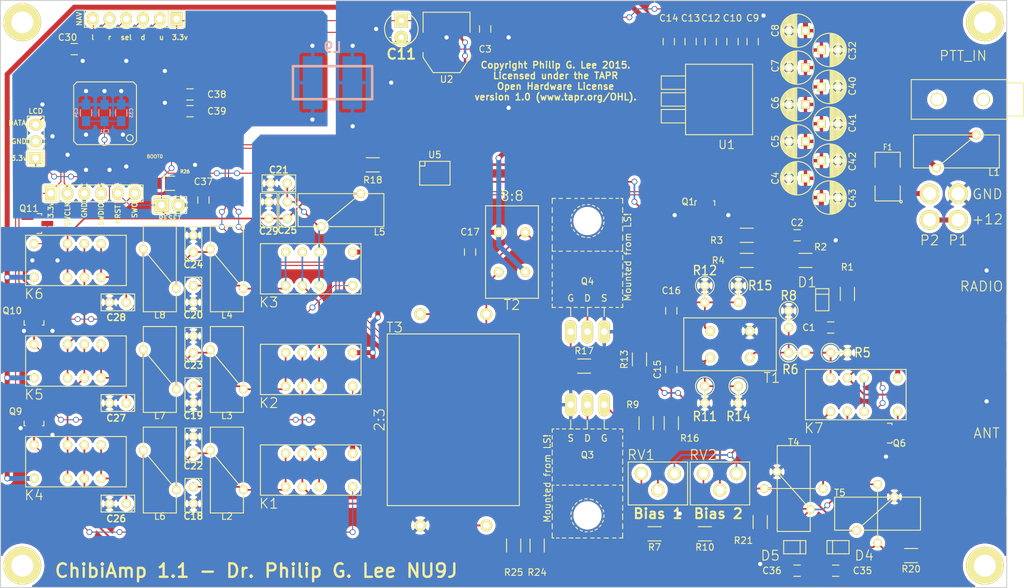
<source format=kicad_pcb>
(kicad_pcb (version 20221018) (generator pcbnew)
  (title_block (title "ChibiOS 10W HF Amp") (date "Sat 04 Jul 2015") (rev "1.1") (company "NU9J - Dr. Philip G. Lee") (comment 1 "v1.0 (www.tapr.org/OHL)") (comment 2 "Licensed under the TAPR Open Hardware License") (comment 3 "Copyright 2015, Philip G. Lee"))
  (layers (0 "F.Cu" signal) (31 "B.Cu" signal) (34 "B.Paste" user) (35 "F.Paste" user) (36 "B.SilkS" user "B.Silkscreen") (37 "F.SilkS" user "F.Silkscreen") (38 "B.Mask" user) (39 "F.Mask" user) (44 "Edge.Cuts" user))
  (net 0 "")
  (net 1 "Net-(C1-Pad1)")
  (net 2 "/RF In/Out/raw_input")
  (net 3 "GND")
  (net 4 "Net-(C2-Pad2)")
  (net 5 "+5V")
  (net 6 "+3.3V")
  (net 7 "/Amplifier/vb1")
  (net 8 "Net-(C15-Pad2)")
  (net 9 "/Amplifier/vb2")
  (net 10 "Net-(C16-Pad2)")
  (net 11 "+12V")
  (net 12 "Net-(C18-Pad1)")
  (net 13 "Net-(C19-Pad1)")
  (net 14 "Net-(C20-Pad1)")
  (net 15 "Net-(C21-Pad1)")
  (net 16 "Net-(C22-Pad1)")
  (net 17 "Net-(C23-Pad1)")
  (net 18 "Net-(C24-Pad1)")
  (net 19 "Net-(C25-Pad1)")
  (net 20 "Net-(C26-Pad1)")
  (net 21 "Net-(C27-Pad1)")
  (net 22 "Net-(C28-Pad1)")
  (net 23 "Net-(D1-Pad2)")
  (net 24 "Net-(D4-Pad1)")
  (net 25 "Net-(D5-Pad1)")
  (net 26 "/Amplifier/amp_out")
  (net 27 "/Band Filters/bandfilter_3sel")
  (net 28 "/Band Filters/bandfilter_2sel")
  (net 29 "/Band Filters/bandfilter_1sel")
  (net 30 "/Band Filters/bandfilter_out")
  (net 31 "/Amplifier/amp_in")
  (net 32 "/RF In/Out/ant_sw_rly")
  (net 33 "Net-(P1-Pad2)")
  (net 34 "/Microcontroller/SWCLK")
  (net 35 "/Microcontroller/SWDIO")
  (net 36 "/Microcontroller/NRST")
  (net 37 "/Microcontroller/SWO")
  (net 38 "/Microcontroller/mcu_ptt")
  (net 39 "/Microcontroller/mcu_rfdet")
  (net 40 "Net-(Q3-PadD)")
  (net 41 "Net-(Q3-PadG)")
  (net 42 "Net-(Q4-PadD)")
  (net 43 "Net-(Q4-PadG)")
  (net 44 "Net-(R6-Pad1)")
  (net 45 "Net-(R7-Pad1)")
  (net 46 "Net-(R9-Pad2)")
  (net 47 "Net-(R10-Pad1)")
  (net 48 "Net-(R13-Pad2)")
  (net 49 "/Microcontroller/mcu_swr_fwd")
  (net 50 "/Microcontroller/mcu_swr_ref")
  (net 51 "/RF In/Out/from_final")
  (net 52 "Net-(U3-Pad3)")
  (net 53 "Net-(U4-Pad29)")
  (net 54 "Net-(U4-Pad23)")
  (net 55 "Net-(U4-Pad22)")
  (net 56 "Net-(U4-Pad21)")
  (net 57 "Net-(U4-Pad20)")
  (net 58 "Net-(U4-Pad17)")
  (net 59 "Net-(U4-Pad45)")
  (net 60 "Net-(U4-Pad44)")
  (net 61 "Net-(U4-Pad43)")
  (net 62 "Net-(U4-Pad41)")
  (net 63 "Net-(U4-Pad40)")
  (net 64 "Net-(U4-Pad39)")
  (net 65 "Net-(U4-Pad38)")
  (net 66 "Net-(U4-Pad37)")
  (net 67 "Net-(U4-Pad36)")
  (net 68 "Net-(U4-Pad1)")
  (net 69 "Net-(U4-Pad3)")
  (net 70 "Net-(U4-Pad4)")
  (net 71 "Net-(U4-Pad5)")
  (net 72 "Net-(U4-Pad6)")
  (net 73 "Net-(U4-Pad15)")
  (net 74 "Net-(U4-Pad16)")
  (net 75 "/Amplifier/amp_on")
  (net 76 "Net-(U4-Pad54)")
  (net 77 "Net-(U4-Pad53)")
  (net 78 "Net-(U4-Pad52)")
  (net 79 "Net-(U4-Pad51)")
  (net 80 "Net-(U4-Pad50)")
  (net 81 "DGND")
  (net 82 "Net-(K1-Pad10)")
  (net 83 "Net-(K2-Pad10)")
  (net 84 "Net-(K4-Pad10)")
  (net 85 "Net-(K5-Pad10)")
  (net 86 "Net-(K7-Pad10)")
  (net 87 "Net-(K7-Pad9)")
  (net 88 "Net-(U4-Pad57)")
  (net 89 "Net-(U4-Pad56)")
  (net 90 "Net-(C30-Pad2)")
  (net 91 "Net-(R24-Pad1)")
  (net 92 "Net-(R25-Pad2)")
  (net 93 "Net-(P7-Pad1)")
  (net 94 "/Microcontroller/nav_up")
  (net 95 "/Microcontroller/nav_down")
  (net 96 "/Microcontroller/nav_select")
  (net 97 "/Microcontroller/nav_right")
  (net 98 "/Microcontroller/nav_left")
  (net 99 "Net-(U4-Pad59)")
  (net 100 "Net-(U4-Pad58)")
  (net 101 "/Band Filters/band3_sel")
  (net 102 "/Band Filters/band2_sel")
  (net 103 "/Band Filters/band1_sel")
  (net 104 "Net-(K7-Pad12)")
  (net 105 "Net-(U4-Pad62)")
  (net 106 "Net-(U4-Pad2)")
  (net 107 "Net-(Q1-Padb)")
  (net 108 "Net-(R18-Pad1)")
  (net 109 "Net-(RV1-Pad1)")
  (net 110 "Net-(F1-Pad1)")
  (net 111 "Net-(F1-Pad2)")
  (footprint "Capacitors_SMD:C_0805_HandSoldering" (layer "F.Cu") (at 208.28 92.71)
    (fp_text reference "C1")
    (fp_text value ".1u" hide)
  )
  (footprint "Capacitors_SMD:C_0805_HandSoldering" (layer "F.Cu") (at 203.2 78.74 180)
    (fp_text reference "C2")
    (fp_text value ".1u" hide)
  )
  (footprint "Capacitors_SMD:C_0805_HandSoldering" (layer "F.Cu") (at 155.956 47.498 -90)
    (fp_text reference "C3")
    (fp_text value ".1u" hide)
  )
  (footprint "Capacitors_SMD:C_0805_HandSoldering" (layer "F.Cu") (at 196.469 49.403 -90)
    (fp_text reference "C9")
    (fp_text value ".1u" hide)
  )
  (footprint "Capacitors_SMD:C_0805_HandSoldering" (layer "F.Cu") (at 193.421 49.403 -90)
    (fp_text reference "C10")
    (fp_text value ".1u" hide)
  )
  (footprint "Capacitors_ThroughHole:Capacitor5x11RM2.5" (layer "F.Cu") (at 143.256 47.498 180)
    (fp_text reference "C11")
    (fp_text value "10u" hide)
  )
  (footprint "Capacitors_SMD:C_0805_HandSoldering" (layer "F.Cu") (at 190.119 49.403 -90)
    (fp_text reference "C12")
    (fp_text value ".1u" hide)
  )
  (footprint "Capacitors_SMD:C_0805_HandSoldering" (layer "F.Cu") (at 187.071 49.403 -90)
    (fp_text reference "C13")
    (fp_text value ".1u" hide)
  )
  (footprint "Capacitors_SMD:C_0805_HandSoldering" (layer "F.Cu") (at 183.769 49.403 -90)
    (fp_text reference "C14")
    (fp_text value ".1u" hide)
  )
  (footprint "Capacitors_SMD:C_0805_HandSoldering" (layer "F.Cu") (at 184.15 99.06 90)
    (fp_text reference "C15")
    (fp_text value "0.1u" hide)
  )
  (footprint "Capacitors_SMD:C_0805_HandSoldering" (layer "F.Cu") (at 184.15 90.17 90)
    (fp_text reference "C16")
    (fp_text value "0.1u" hide)
  )
  (footprint "Capacitors_SMD:C_0805_HandSoldering" (layer "F.Cu") (at 153.67 81.28 90)
    (fp_text reference "C17")
    (fp_text value "0.1u" hide)
  )
  (footprint "Discret:C1" (layer "F.Cu") (at 111.76 118.11 -90)
    (fp_text reference "C18")
    (fp_text value "150p" hide)
  )
  (footprint "Discret:C1" (layer "F.Cu") (at 111.76 102.87 -90)
    (fp_text reference "C19")
    (fp_text value "330p" hide)
  )
  (footprint "Discret:C1" (layer "F.Cu") (at 111.76 87.63 -90)
    (fp_text reference "C20")
    (fp_text value "560p" hide)
  )
  (footprint "Discret:C1" (layer "F.Cu") (at 124.714 70.866 180)
    (fp_text reference "C21")
    (fp_text value "1800p" hide)
  )
  (footprint "Discret:C1" (layer "F.Cu") (at 111.76 110.49 90)
    (fp_text reference "C22")
    (fp_text value "270p" hide)
  )
  (footprint "Discret:C1" (layer "F.Cu") (at 111.76 95.25 90)
    (fp_text reference "C23")
    (fp_text value "680p" hide)
  )
  (footprint "Discret:C1" (layer "F.Cu") (at 111.76 80.01 90)
    (fp_text reference "C24")
    (fp_text value "1000p" hide)
  )
  (footprint "Discret:C1" (layer "F.Cu") (at 125.984 74.93 90)
    (fp_text reference "C25")
    (fp_text value "150p" hide)
  )
  (footprint "Discret:C1" (layer "F.Cu") (at 100.33 119.38 180)
    (fp_text reference "C26")
    (fp_text value "150p" hide)
  )
  (footprint "Discret:C1" (layer "F.Cu") (at 100.33 104.14 180)
    (fp_text reference "C27")
    (fp_text value "330p" hide)
  )
  (footprint "Discret:C1" (layer "F.Cu") (at 100.33 88.9 180)
    (fp_text reference "C28")
    (fp_text value "560p" hide)
  )
  (footprint "Discret:C1" (layer "F.Cu") (at 123.19 74.93 90)
    (fp_text reference "C29")
    (fp_text value "1800p" hide)
  )
  (footprint "Capacitors_SMD:C_0805_HandSoldering" (layer "F.Cu") (at 209.042 129.54)
    (fp_text reference "C35")
    (fp_text value "0.1u" hide)
  )
  (footprint "Capacitors_SMD:C_0805_HandSoldering" (layer "F.Cu") (at 203.2 129.54 180)
    (fp_text reference "C36")
    (fp_text value "0.1u" hide)
  )
  (footprint "nu9j-footprints:SOD-123" (layer "F.Cu") (at 207.01 90.17 90)
    (fp_text reference "D1")
    (fp_text value "SD101" hide)
  )
  (footprint "nu9j-footprints:SOD-123" (layer "F.Cu") (at 211.074 125.984 180)
    (fp_text reference "D4")
    (fp_text value "SD101" hide)
  )
  (footprint "nu9j-footprints:SOD-123" (layer "F.Cu") (at 201.168 125.984)
    (fp_text reference "D5")
    (fp_text value "SD101" hide)
  )
  (footprint "SMD_Packages:SMD-1812_l" (layer "F.Cu") (at 216.916 69.85 90)
    (fp_text reference "F1")
    (fp_text value "PTS18128V200" hide)
  )
  (footprint "nu9j-footprints:EC2-12NU" (layer "F.Cu") (at 135.89 111.76 180)
    (fp_text reference "K1")
    (fp_text value "BAND3_IN" hide)
  )
  (footprint "nu9j-footprints:EC2-12NU" (layer "F.Cu") (at 135.89 96.52 180)
    (fp_text reference "K2")
    (fp_text value "BAND2_IN" hide)
  )
  (footprint "nu9j-footprints:EC2-12NU" (layer "F.Cu") (at 135.89 81.28 180)
    (fp_text reference "K3")
    (fp_text value "BAND1_IN" hide)
  )
  (footprint "nu9j-footprints:EC2-12NU" (layer "F.Cu") (at 87.63 115.57)
    (fp_text reference "K4")
    (fp_text value "BAND3_OUT" hide)
  )
  (footprint "nu9j-footprints:EC2-12NU" (layer "F.Cu") (at 87.63 100.33)
    (fp_text reference "K5")
    (fp_text value "BAND2_OUT" hide)
  )
  (footprint "nu9j-footprints:EC2-12NU" (layer "F.Cu") (at 87.63 85.09)
    (fp_text reference "K6")
    (fp_text value "BAND1_OUT" hide)
  )
  (footprint "nu9j-footprints:EC2-12NU" (layer "F.Cu") (at 218.44 100.33 180)
    (fp_text reference "K7")
    (fp_text value "ANT_RLY" hide)
  )
  (footprint "nu9j-footprints:TOROID-50" (layer "F.Cu") (at 227.33 66.04 90)
    (fp_text reference "L1")
    (fp_text value "500u" hide)
  )
  (footprint "nu9j-footprints:TOROID-50" (layer "F.Cu") (at 116.84 114.3 180)
    (fp_text reference "L2")
    (fp_text value "T50-6 8T" hide)
  )
  (footprint "nu9j-footprints:TOROID-50" (layer "F.Cu") (at 116.84 99.06 180)
    (fp_text reference "L3")
    (fp_text value "T50-6 9T" hide)
  )
  (footprint "nu9j-footprints:TOROID-50" (layer "F.Cu") (at 116.84 83.82 180)
    (fp_text reference "L4")
    (fp_text value "T50-2 12T" hide)
  )
  (footprint "nu9j-footprints:TOROID-50" (layer "F.Cu") (at 134.112 74.93 90)
    (fp_text reference "L5")
    (fp_text value "T50-2 17T" hide)
  )
  (footprint "nu9j-footprints:TOROID-50" (layer "F.Cu") (at 106.68 114.3 180)
    (fp_text reference "L6")
    (fp_text value "T50-6 8T" hide)
  )
  (footprint "nu9j-footprints:TOROID-50" (layer "F.Cu") (at 106.68 99.06 180)
    (fp_text reference "L7")
    (fp_text value "T50-6 9T" hide)
  )
  (footprint "nu9j-footprints:TOROID-50" (layer "F.Cu") (at 106.68 83.82 180)
    (fp_text reference "L8")
    (fp_text value "T50-2 12T" hide)
  )
  (footprint "nu9j-footprints:PWR2-16AWG" (layer "F.Cu") (at 227.584 74.422 -90)
    (fp_text reference "P1")
    (fp_text value "PWR" hide)
  )
  (footprint "nu9j-footprints:PWR2-16AWG" (layer "F.Cu") (at 223.266 74.422 90)
    (fp_text reference "P2")
    (fp_text value "PWR_SW" hide)
  )
  (footprint "nu9j-footprints:SMA-EDGE-0.375in" (layer "F.Cu") (at 234.95 115.57 -90)
    (fp_text reference "P4" hide)
    (fp_text value "ANT")
  )
  (footprint "nu9j-footprints:SMA-EDGE-0.375in" (layer "F.Cu") (at 234.95 93.472 -90)
    (fp_text reference "P5" hide)
    (fp_text value "RADIO")
  )
  (footprint "nu9j-footprints:3.5MM_SWITCHCRAFT-35RASMT2AHNTRX" (layer "F.Cu") (at 231.394 58.166 180)
    (fp_text reference "P6" hide)
    (fp_text value "PTT_IN")
  )
  (footprint "Resistors_SMD:R_1206_HandSoldering" (layer "F.Cu") (at 210.82 87.63 90)
    (fp_text reference "R1")
    (fp_text value "10k" hide)
  )
  (footprint "Resistors_SMD:R_1206_HandSoldering" (layer "F.Cu") (at 204.47 82.55)
    (fp_text reference "R2")
    (fp_text value "680" hide)
  )
  (footprint "Resistors_SMD:R_1206_HandSoldering" (layer "F.Cu") (at 195.58 78.74)
    (fp_text reference "R3")
    (fp_text value "6.8k" hide)
  )
  (footprint "Resistors_SMD:R_1206_HandSoldering" (layer "F.Cu") (at 195.58 82.55)
    (fp_text reference "R4")
    (fp_text value "10k" hide)
  )
  (footprint "Discret:R1" (layer "F.Cu") (at 209.55 96.52)
    (fp_text reference "R5")
    (fp_text value "300" hide)
  )
  (footprint "Discret:R1" (layer "F.Cu") (at 203.2 96.52)
    (fp_text reference "R6")
    (fp_text value "18" hide)
  )
  (footprint "Resistors_SMD:R_1206_HandSoldering" (layer "F.Cu") (at 181.61 123.952)
    (fp_text reference "R7")
    (fp_text value "5k" hide)
  )
  (footprint "Discret:R1" (layer "F.Cu") (at 201.93 91.44 -90)
    (fp_text reference "R8")
    (fp_text value "300" hide)
  )
  (footprint "Resistors_SMD:R_1206_HandSoldering" (layer "F.Cu") (at 180.34 107.188 -90)
    (fp_text reference "R9")
    (fp_text value "10k" hide)
  )
  (footprint "Resistors_SMD:R_1206_HandSoldering" (layer "F.Cu") (at 189.23 123.952 180)
    (fp_text reference "R10")
    (fp_text value "5k" hide)
  )
  (footprint "Discret:R1" (layer "F.Cu") (at 189.23 102.87 -90)
    (fp_text reference "R11")
    (fp_text value "51" hide)
  )
  (footprint "Discret:R1" (layer "F.Cu") (at 189.23 87.63 -90)
    (fp_text reference "R12")
    (fp_text value "51" hide)
  )
  (footprint "Resistors_SMD:R_1206_HandSoldering" (layer "F.Cu") (at 179.324 97.536 90)
    (fp_text reference "R13")
    (fp_text value "10k" hide)
  )
  (footprint "Discret:R1" (layer "F.Cu") (at 194.31 102.87 -90)
    (fp_text reference "R14")
    (fp_text value "51" hide)
  )
  (footprint "Discret:R1" (layer "F.Cu") (at 194.31 87.63 -90)
    (fp_text reference "R15")
    (fp_text value "51" hide)
  )
  (footprint "Resistors_SMD:R_1206_HandSoldering" (layer "F.Cu") (at 184.15 107.188 90)
    (fp_text reference "R16")
    (fp_text value "10" hide)
  )
  (footprint "Resistors_SMD:R_1206_HandSoldering" (layer "F.Cu") (at 170.942 98.552)
    (fp_text reference "R17")
    (fp_text value "10" hide)
  )
  (footprint "Resistors_SMD:R_1206_HandSoldering" (layer "F.Cu") (at 220.472 127.254)
    (fp_text reference "R20")
    (fp_text value "51" hide)
  )
  (footprint "Resistors_SMD:R_1206_HandSoldering" (layer "F.Cu") (at 197.612 122.174 -90)
    (fp_text reference "R21")
    (fp_text value "51" hide)
  )
  (footprint "nu9j-footprints:Potentiometer_Trimmer_Piher_PT10_H01" (layer "F.Cu") (at 182.118 116.078 90)
    (fp_text reference "RV1")
    (fp_text value "5k")
  )
  (footprint "nu9j-footprints:Potentiometer_Trimmer_Piher_PT10_H01" (layer "F.Cu") (at 191.516 116.078 90)
    (fp_text reference "RV2")
    (fp_text value "5k")
  )
  (footprint "nu9j-footprints:BN2-202" (layer "F.Cu") (at 193.04 95.25 -90)
    (fp_text reference "T1")
    (fp_text value "8:8" hide)
  )
  (footprint "nu9j-footprints:BN2-202" (layer "F.Cu") (at 160.02 81.28 180)
    (fp_text reference "T2")
    (fp_text value "8:8")
  )
  (footprint "nu9j-footprints:BN2-3312" (layer "F.Cu") (at 151.13 106.68 -90)
    (fp_text reference "T3")
    (fp_text value "2:3")
  )
  (footprint "Pin_Headers:Pin_Header_Straight_1x03" (layer "F.Cu") (at 87.884 64.516 90)
    (fp_text reference "U3" hide)
    (fp_text value "LCD-2x16" hide)
  )
  (footprint "nu9j-footprints:TOROID2-50-singleturn" (layer "F.Cu") (at 202.692 117.094)
    (fp_text reference "T4")
    (fp_text value "12:1" hide)
  )
  (footprint "nu9j-footprints:TOROID2-50-singleturn" (layer "F.Cu") (at 215.392 120.904 -90)
    (fp_text reference "T5")
    (fp_text value "1:12" hide)
  )
  (footprint "nu9j-footprints:DPAK-3_VIVOGND" (layer "F.Cu") (at 183.896 58.166 -90)
    (fp_text reference "U1")
    (fp_text value "LM7805" hide)
  )
  (footprint "nu9j-footprints:LQFP64" (layer "F.Cu") (at 104.14 64.008 90)
    (fp_text reference "U4" hide)
    (fp_text value "STM32F401xB/C-LQFP" hide)
  )
  (footprint "Capacitors_SMD:C_0805_HandSoldering" (layer "F.Cu") (at 113.284 73.406 90)
    (fp_text reference "C37")
    (fp_text value ".1u" hide)
  )
  (footprint "Capacitors_SMD:C_0805_HandSoldering" (layer "F.Cu") (at 111.252 57.404)
    (fp_text reference "C38")
    (fp_text value ".01u" hide)
  )
  (footprint "Capacitors_SMD:C_0805_HandSoldering" (layer "F.Cu") (at 93.726 50.546)
    (fp_text reference "C30")
    (fp_text value "4.7u" hide)
  )
  (footprint "Pin_Headers:Pin_Header_Straight_1x06" (layer "F.Cu") (at 96.52 72.39)
    (fp_text reference "P3" hide)
    (fp_text value "SWD" hide)
  )
  (footprint "Resistors_SMD:R_1206_HandSoldering" (layer "F.Cu") (at 160.274 125.73 -90)
    (fp_text reference "R24")
    (fp_text value "50k" hide)
  )
  (footprint "Resistors_SMD:R_1206_HandSoldering" (layer "F.Cu") (at 163.83 125.73 90)
    (fp_text reference "R25")
    (fp_text value "50k" hide)
  )
  (footprint "Pin_Headers:Pin_Header_Straight_1x02" (layer "F.Cu") (at 108.204 74.168)
    (fp_text reference "SW1" hide)
    (fp_text value "SW_PUSH" hide)
  )
  (footprint "Pin_Headers:Pin_Header_Straight_1x06" (layer "F.Cu") (at 102.87 45.974 180)
    (fp_text reference "P8" hide)
    (fp_text value "NAV_BUTTON" hide)
  )
  (footprint "Resistors_SMD:R_1206_HandSoldering" (layer "F.Cu") (at 107.95 70.866 180)
    (fp_text reference "R26")
    (fp_text value "10k" hide)
  )
  (footprint "Measurement_Points:Measurement_Point_Round-SMD-Pad_Small" (layer "F.Cu") (at 105.918 68.072 90)
    (fp_text reference "P7" hide)
    (fp_text value "TP" hide)
  )
  (footprint "SMD_Packages:SOT-223" (layer "F.Cu") (at 150.114 49.53 180)
    (fp_text reference "U2")
    (fp_text value "LM3940" hide)
  )
  (footprint "nu9j-footprints:MountingHole4-40" (layer "F.Cu") (at 231.648 49.53)
    (fp_text reference "Mounting Hole" hide)
    (fp_text value "VAL**" hide)
  )
  (footprint "nu9j-footprints:MountingHole4-40" (layer "F.Cu") (at 231.648 128.778)
    (fp_text reference "Mounting Hole" hide)
    (fp_text value "VAL**" hide)
  )
  (footprint "nu9j-footprints:MountingHole4-40" (layer "F.Cu") (at 86.36 128.778)
    (fp_text reference "Mounting Hole" hide)
    (fp_text value "VAL**" hide)
  )
  (footprint "nu9j-footprints:MountingHole4-40" (layer "F.Cu") (at 85.852 46.482)
    (fp_text reference "Mounting Hole" hide)
    (fp_text value "VAL**" hide)
  )
  (footprint "nu9j-footprints:SOT-23-EBC_HandSoldering" (layer "F.Cu") (at 189.23 74.168)
    (fp_text reference "Q1")
    (fp_text value "MMBT6427" hide)
  )
  (footprint "nu9j-footprints:SOT-23-DGS_HandSoldering" (layer "F.Cu") (at 216.916 108.712 -90)
    (fp_text reference "Q6")
    (fp_text value "MMBF170" hide)
  )
  (footprint "nu9j-footprints:SOT-23-DGS_HandSoldering" (layer "F.Cu") (at 87.63 106.934 180)
    (fp_text reference "Q9")
    (fp_text value "MMBF170" hide)
  )
  (footprint "nu9j-footprints:SOT-23-DGS_HandSoldering" (layer "F.Cu") (at 87.63 91.694 180)
    (fp_text reference "Q10")
    (fp_text value "MMBF170" hide)
  )
  (footprint "nu9j-footprints:SOT-23-DGS_HandSoldering" (layer "F.Cu") (at 88.138 76.962 -90)
    (fp_text reference "Q11")
    (fp_text value "MMBF170" hide)
  )
  (footprint "Resistors_SMD:R_1206_HandSoldering" (layer "F.Cu") (at 138.938 68.072 180)
    (fp_text reference "R18")
    (fp_text value "150" hide)
  )
  (footprint "Opto-Devices:Optocoupler_SMD_HandSoldering_KPC357_LTV35x_PC357_SingleChannel" (layer "F.Cu") (at 148.336 69.342)
    (fp_text reference "U5")
    (fp_text value "LTV-356T")
  )
  (footprint "Capacitors_ThroughHole:C_Radial_D5_L11_P2.5" (layer "F.Cu") (at 206.883 50.673)
    (fp_text reference "C32")
    (fp_text value "10u")
  )
  (footprint "Capacitors_ThroughHole:C_Radial_D5_L11_P2.5" (layer "F.Cu") (at 206.883 56.261)
    (fp_text reference "C40")
    (fp_text value "10u")
  )
  (footprint "Capacitors_ThroughHole:C_Radial_D5_L11_P2.5" (layer "F.Cu") (at 206.883 61.849)
    (fp_text reference "C41")
    (fp_text value "10u")
  )
  (footprint "Capacitors_ThroughHole:C_Radial_D5_L11_P2.5" (layer "F.Cu") (at 206.883 67.437)
    (fp_text reference "C42")
    (fp_text value "10u")
  )
  (footprint "Capacitors_ThroughHole:C_Radial_D5_L11_P2.5" (layer "F.Cu") (at 206.883 73.025)
    (fp_text reference "C43")
    (fp_text value "10u")
  )
  (footprint "Transistors_TO-220:TO-220_FET-GDS_Horizontal_MountedFromLS_LargePads" (layer "F.Cu") (at 171.45 104.394 180)
    (fp_text reference "Q3")
    (fp_text value "IRF510")
  )
  (footprint "Transistors_TO-220:TO-220_FET-GDS_Horizontal_MountedFromLS_LargePads" (layer "F.Cu") (at 171.45 93.345)
    (fp_text reference "Q4")
    (fp_text value "IRF510")
  )
  (footprint "Capacitors_ThroughHole:C_Radial_D5_L11_P2.5" (layer "F.Cu") (at 204.47 70.104 180)
    (fp_text reference "C4")
    (fp_text value "10u" hide)
  )
  (footprint "Capacitors_ThroughHole:C_Radial_D5_L11_P2.5" (layer "F.Cu") (at 204.47 64.516 180)
    (fp_text reference "C5")
    (fp_text value "10u" hide)
  )
  (footprint "Capacitors_ThroughHole:C_Radial_D5_L11_P2.5" (layer "F.Cu") (at 204.47 58.928 180)
    (fp_text reference "C6")
    (fp_text value "10u" hide)
  )
  (footprint "Capacitors_ThroughHole:C_Radial_D5_L11_P2.5" (layer "F.Cu") (at 204.47 53.34 180)
    (fp_text reference "C7")
    (fp_text value "10u" hide)
  )
  (footprint "Capacitors_ThroughHole:C_Radial_D5_L11_P2.5" (layer "F.Cu") (at 204.47 47.752 180)
    (fp_text reference "C8")
    (fp_text value "10u" hide)
  )
  (footprint "Capacitors_SMD:C_0805_HandSoldering" (layer "F.Cu") (at 111.252 59.944)
    (fp_text reference "C39")
    (fp_text value "1u")
  )
  (footprint "Capacitors_SMD:C_0805_HandSoldering" (layer "B.Cu") (at 100.838 60.198 90)
    (fp_text reference "C33")
    (fp_text value ".1u" hide)
  )
  (footprint "Capacitors_SMD:C_0805_HandSoldering" (layer "B.Cu") (at 95.504 60.198 90)
    (fp_text reference "C34")
    (fp_text value ".1u" hide)
  )
  (footprint "nu9j-footprints:WE-SUCKW" (layer "B.Cu") (at 132.842 55.626 180)
    (fp_text reference "L9")
    (fp_text value "BEAD" hide)
  )
  (footprint "Capacitors_SMD:C_0805_HandSoldering" (layer "B.Cu") (at 98.298 60.198 90)
    (fp_text reference "C31")
    (fp_text value "4.7u" hide)
  )
  (gr_line (start 82.55 43.18) (end 82.55 132.08) (stroke (width 0.15)) (layer "Edge.Cuts"))
  (gr_line (start 227.33 132.08) (end 234.95 132.08) (stroke (width 0.15)) (layer "Edge.Cuts"))
  (gr_line (start 234.95 132.08) (end 234.95 43.18) (stroke (width 0.15)) (layer "Edge.Cuts"))
  (gr_line (start 82.55 132.08) (end 227.33 132.08) (stroke (width 0.15)) (layer "Edge.Cuts"))
  (gr_line (start 234.95 43.18) (end 82.55 43.18) (stroke (width 0.15)) (layer "Edge.Cuts"))
  (gr_text "l" (at 96.52 48.768) (layer "F.SilkS") (effects (font (size 0.762 0.762) (thickness 0.1524))))
  (gr_text "u" (at 106.934 48.768) (layer "F.SilkS") (effects (font (size 0.762 0.762) (thickness 0.1524))))
  (gr_text "SWDIO" (at 97.79 75.565 90) (layer "F.SilkS") (effects (font (size 0.762 0.762) (thickness 0.1524))))
  (gr_text "ChibiAmp 1.1 - Dr. Philip G. Lee NU9J" (at 121.285 129.54) (layer "F.SilkS") (effects (font (size 2.032 2.032) (thickness 0.3556))))
  (gr_text "d" (at 104.14 48.768) (layer "F.SilkS") (effects (font (size 0.762 0.762) (thickness 0.1524))))
  (gr_text "3.3v" (at 90.17 74.93 90) (layer "F.SilkS") (effects (font (size 0.762 0.762) (thickness 0.1524))))
  (gr_text "3.3v" (at 109.728 48.768) (layer "F.SilkS") (effects (font (size 0.762 0.762) (thickness 0.1524))))
  (gr_text "BOOT0" (at 105.918 66.802) (layer "F.SilkS") (effects (font (size 0.508 0.508) (thickness 0.1016))))
  (gr_text "LCD" (at 87.884 59.944) (layer "F.SilkS") (effects (font (size 0.762 0.762) (thickness 0.1524))))
  (gr_text "NRST" (at 100.33 75.565 90) (layer "F.SilkS") (effects (font (size 0.762 0.762) (thickness 0.1524))))
  (gr_text "SWCLK" (at 92.71 75.565 90) (layer "F.SilkS") (effects (font (size 0.762 0.762) (thickness 0.1524))))
  (gr_text "Bias 2" (at 191.262 120.904) (layer "F.SilkS") (effects (font (size 1.5 1.5) (thickness 0.3))))
  (gr_text "NAV" (at 94.488 45.974 90) (layer "F.SilkS") (effects (font (size 0.762 0.762) (thickness 0.1524))))
  (gr_text "r" (at 99.06 48.768) (layer "F.SilkS") (effects (font (size 0.762 0.762) (thickness 0.1524))))
  (gr_text "Copyright Philip G. Lee 2015.\nLicensed under the TAPR\nOpen Hardware License\nversion 1.0 (www.tapr.org/OHL)." (at 166.624 55.372) (layer "F.SilkS") (effects (font (size 1 1) (thickness 0.2))))
  (gr_text "DATA" (at 85.09 61.722) (layer "F.SilkS") (effects (font (size 0.762 0.762) (thickness 0.1524))))
  (gr_text "SWO" (at 102.87 74.93 90) (layer "F.SilkS") (effects (font (size 0.762 0.762) (thickness 0.1524))))
  (gr_text "RESET" (at 108.204 76.2) (layer "F.SilkS") (effects (font (size 0.762 0.762) (thickness 0.1524))))
  (gr_text "3.3v" (at 85.344 67.056) (layer "F.SilkS") (effects (font (size 0.762 0.762) (thickness 0.1524))))
  (gr_text "GND" (at 95.25 74.93 90) (layer "F.SilkS") (effects (font (size 0.762 0.762) (thickness 0.1524))))
  (gr_text "Bias 1" (at 182.118 120.904) (layer "F.SilkS") (effects (font (size 1.5 1.5) (thickness 0.3))))
  (gr_text "sel" (at 101.6 48.768) (layer "F.SilkS") (effects (font (size 0.762 0.762) (thickness 0.1524))))
  (gr_text "GND" (at 85.344 64.516) (layer "F.SilkS") (effects (font (size 0.762 0.762) (thickness 0.1524))))
  (segment (start 207.03 90.19) (end 207.01 90.17) (width 0.254) (layer "F.Cu") (net 1))
  (segment (start 207.03 90.19) (end 207.01 90.17) (width 0.254) (layer "F.Cu") (net 1))
  (segment (start 207.55 89.63) (end 207.01 90.17) (width 0.254) (layer "F.Cu") (net 1))
  (segment (start 210.82 89.63) (end 207.55 89.63) (width 0.254) (layer "F.Cu") (net 1))
  (segment (start 207.03 92.71) (end 207.03 90.19) (width 0.254) (layer "F.Cu") (net 1))
  (segment (start 213.36 102.87) (end 219.71 102.87) (width 0.2794) (layer "F.Cu") (net 2))
  (segment (start 219.71 102.87) (end 220.98 101.6) (width 0.2794) (layer "F.Cu") (net 2))
  (segment (start 220.98 101.6) (end 220.98 98.044) (width 0.2794) (layer "F.Cu") (net 2))
  (segment (start 229.87 93.472) (end 231.902 93.472) (width 0.2794) (layer "F.Cu") (net 2))
  (segment (start 225.552 93.472) (end 220.98 98.044) (width 0.2794) (layer "F.Cu") (net 2))
  (segment (start 213.614 92.71) (end 214.376 93.472) (width 0.2794) (layer "F.Cu") (net 2))
  (segment (start 214.376 93.472) (end 214.376 96.774) (width 0.2794) (layer "F.Cu") (net 2))
  (segment (start 214.376 96.774) (end 210.82 100.33) (width 0.2794) (layer "F.Cu") (net 2))
  (segment (start 231.902 93.472) (end 225.552 93.472) (width 0.2794) (layer "F.Cu") (net 2))
  (segment (start 210.82 100.33) (end 213.36 102.87) (width 0.2794) (layer "F.Cu") (net 2))
  (segment (start 209.53 92.71) (end 213.614 92.71) (width 0.2794) (layer "F.Cu") (net 2))
  (segment (start 86.31936 79.54264) (end 86.106 79.756) (width 0.254) (layer "F.Cu") (net 3))
  (segment (start 86.106 79.756) (end 86.106 81.28) (width 0.254) (layer "F.Cu") (net 3))
  (segment (start 86.106 81.28) (end 87.376 82.55) (width 0.254) (layer "F.Cu") (net 3))
  (segment (start 192.76314 75.66914) (end 192.786 75.692) (width 0.254) (layer "F.Cu") (net 3))
  (segment (start 86.68 91.628) (end 86.106 92.202) (width 0.254) (layer "F.Cu") (net 3))
  (segment (start 86.106 92.202) (end 86.106 93.218) (width 0.254) (layer "F.Cu") (net 3))
  (segment (start 86.68 106.868) (end 85.598 107.95) (width 0.254) (layer "F.Cu") (net 3))
  (segment (start 215.41486 111.02086) (end 216.662 112.268) (width 0.254) (layer "F.Cu") (net 3))
  (segment (start 159.492 48.748) (end 159.512 48.768) (width 0.254) (layer "F.Cu") (net 3))
  (segment (start 183.61 122.206) (end 184.912 120.904) (width 0.254) (layer "F.Cu") (net 3))
  (segment (start 184.912 120.904) (end 185.42 120.904) (width 0.254) (layer "F.Cu") (net 3))
  (segment (start 208.28 78.74) (end 209.042 79.502) (width 0.254) (layer "F.Cu") (net 3))
  (segment (start 86.68 91.628) (end 86.68 90.19286) (width 0.254) (layer "F.Cu") (net 3))
  (segment (start 183.61 123.952) (end 183.61 122.206) (width 0.254) (layer "F.Cu") (net 3))
  (segment (start 86.31936 79.54264) (end 86.31936 77.9145) (width 0.254) (layer "F.Cu") (net 3))
  (segment (start 150.114 46.228) (end 150.114 48.768) (width 0.254) (layer "F.Cu") (net 3))
  (segment (start 215.41486 109.662) (end 215.41486 111.02086) (width 0.254) (layer "F.Cu") (net 3))
  (segment (start 231.902 111.3155) (end 231.902 103.886) (width 0.254) (layer "F.Cu") (net 3))
  (segment (start 192.76314 75.66914) (end 190.18 75.66914) (width 0.254) (layer "F.Cu") (net 3))
  (segment (start 86.68 105.43286) (end 86.68 106.868) (width 0.254) (layer "F.Cu") (net 3))
  (segment (start 204.45 78.74) (end 208.28 78.74) (width 0.254) (layer "F.Cu") (net 3))
  (segment (start 197.612 124.174) (end 197.612 128.524) (width 0.254) (layer "F.Cu") (net 3))
  (segment (start 159.492 48.748) (end 155.956 48.748) (width 0.254) (layer "F.Cu") (net 3))
  (segment (start 231.902 89.2175) (end 231.902 84.074) (width 0.254) (layer "F.Cu") (net 3))
  (via (at 197.612 128.524) (size 0.889) (drill 0.635) (layers "F.Cu" "B.Cu") (net 3))
  (via (at 231.902 103.886) (size 0.889) (drill 0.635) (layers "F.Cu" "B.Cu") (net 3))
  (via (at 159.512 48.768) (size 0.889) (drill 0.635) (layers "F.Cu" "B.Cu") (net 3))
  (via (at 135.89 50.038) (size 0.889) (drill 0.635) (layers "F.Cu" "B.Cu") (net 3))
  (via (at 192.786 75.692) (size 0.889) (drill 0.635) (layers "F.Cu" "B.Cu") (net 3))
  (via (at 141.732 55.626) (size 0.889) (drill 0.635) (layers "F.Cu" "B.Cu") (net 3))
  (via (at 216.662 112.268) (size 0.889) (drill 0.635) (layers "F.Cu" "B.Cu") (net 3))
  (via (at 139.446 47.498) (size 0.889) (drill 0.635) (layers "F.Cu" "B.Cu") (net 3))
  (via (at 87.376 82.55) (size 0.889) (drill 0.635) (layers "F.Cu" "B.Cu") (net 3))
  (via (at 86.106 93.218) (size 0.889) (drill 0.635) (layers "F.Cu" "B.Cu") (net 3))
  (via (at 90.424 93.218) (size 0.889) (drill 0.635) (layers "F.Cu" "B.Cu") (net 3))
  (via (at 209.042 79.502) (size 0.889) (drill 0.635) (layers "F.Cu" "B.Cu") (net 3))
  (via (at 184.658 75.692) (size 0.889) (drill 0.635) (layers "F.Cu" "B.Cu") (net 3))
  (via (at 198.12 45.466) (size 0.889) (drill 0.635) (layers "F.Cu" "B.Cu") (net 3))
  (via (at 150.114 48.768) (size 0.889) (drill 0.635) (layers "F.Cu" "B.Cu") (net 3))
  (via (at 185.42 120.904) (size 0.889) (drill 0.635) (layers "F.Cu" "B.Cu") (net 3))
  (via (at 91.186 82.55) (size 0.889) (drill 0.635) (layers "F.Cu" "B.Cu") (net 3))
  (via (at 135.89 62.23) (size 0.889) (drill 0.635) (layers "F.Cu" "B.Cu") (net 3))
  (via (at 231.902 84.074) (size 0.889) (drill 0.635) (layers "F.Cu" "B.Cu") (net 3))
  (via (at 90.424 108.966) (size 0.889) (drill 0.635) (layers "F.Cu" "B.Cu") (net 3))
  (via (at 85.598 107.95) (size 0.889) (drill 0.635) (layers "F.Cu" "B.Cu") (net 3))
  (via (at 159.512 59.436) (size 0.889) (drill 0.635) (layers "F.Cu" "B.Cu") (net 3))
  (segment (start 135.84174 62.18174) (end 135.89 62.23) (width 0.254) (layer "B.Cu") (net 3))
  (segment (start 135.84174 50.08626) (end 135.89 50.038) (width 0.254) (layer "B.Cu") (net 3))
  (segment (start 89.408 107.95) (end 90.424 108.966) (width 0.254) (layer "B.Cu") (net 3))
  (segment (start 201.93 47.752) (end 199.644 45.466) (width 0.254) (layer "B.Cu") (net 3))
  (segment (start 199.644 45.466) (end 198.12 45.466) (width 0.254) (layer "B.Cu") (net 3))
  (segment (start 136.906 50.038) (end 139.446 47.498) (width 0.254) (layer "B.Cu") (net 3))
  (segment (start 184.658 75.692) (end 192.786 75.692) (width 0.254) (layer "B.Cu") (net 3))
  (segment (start 135.84174 55.626) (end 141.732 55.626) (width 0.254) (layer "B.Cu") (net 3))
  (segment (start 135.84174 55.626) (end 135.84174 50.08626) (width 0.254) (layer "B.Cu") (net 3))
  (segment (start 91.186 82.55) (end 87.376 82.55) (width 0.254) (layer "B.Cu") (net 3))
  (segment (start 135.84174 55.626) (end 135.84174 62.18174) (width 0.254) (layer "B.Cu") (net 3))
  (segment (start 159.512 59.436) (end 159.512 48.768) (width 0.254) (layer "B.Cu") (net 3))
  (segment (start 135.89 50.038) (end 136.906 50.038) (width 0.254) (layer "B.Cu") (net 3))
  (segment (start 85.598 107.95) (end 89.408 107.95) (width 0.254) (layer "B.Cu") (net 3))
  (segment (start 90.424 93.218) (end 86.106 93.218) (width 0.254) (layer "B.Cu") (net 3))
  (segment (start 201.97 47.752) (end 201.93 47.752) (width 0.254) (layer "B.Cu") (net 3))
  (segment (start 202.47 79.26) (end 201.95 78.74) (width 0.254) (layer "F.Cu") (net 4))
  (segment (start 201.95 78.74) (end 197.58 78.74) (width 0.254) (layer "F.Cu") (net 4))
  (segment (start 197.58 78.74) (end 197.58 82.55) (width 0.254) (layer "F.Cu") (net 4))
  (segment (start 202.47 82.55) (end 202.47 79.26) (width 0.254) (layer "F.Cu") (net 4))
  (segment (start 167.64 60.706) (end 160.30448 68.04152) (width 0.381) (layer "F.Cu") (net 5))
  (segment (start 160.30448 68.04152) (end 152.13584 68.04152) (width 0.381) (layer "F.Cu") (net 5))
  (segment (start 152.42 46.248) (end 152.4 46.228) (width 0.381) (layer "F.Cu") (net 5))
  (segment (start 152.13584 55.63616) (end 152.908 54.864) (width 0.381) (layer "F.Cu") (net 5))
  (segment (start 152.908 54.864) (end 152.908 51.562) (width 0.381) (layer "F.Cu") (net 5))
  (segment (start 152.908 49.53) (end 152.4 49.022) (width 0.381) (layer "F.Cu") (net 5))
  (segment (start 152.4 49.022) (end 152.4 46.228) (width 0.381) (layer "F.Cu") (net 5))
  (segment (start 152.13584 68.04152) (end 152.13584 55.63616) (width 0.381) (layer "F.Cu") (net 5))
  (segment (start 183.896 60.706) (end 167.64 60.706) (width 0.381) (layer "F.Cu") (net 5))
  (segment (start 155.956 46.248) (end 152.42 46.248) (width 0.381) (layer "F.Cu") (net 5))
  (via (at 152.908 49.53) (size 0.889) (drill 0.635) (layers "F.Cu" "B.Cu") (net 5))
  (via (at 152.908 51.562) (size 0.889) (drill 0.635) (layers "F.Cu" "B.Cu") (net 5))
  (segment (start 152.908 51.562) (end 152.908 49.53) (width 0.381) (layer "B.Cu") (net 5))
  (segment (start 90.17 71.628) (end 90.17 72.39) (width 0.1524) (layer "F.Cu") (net 6))
  (segment (start 117.094 46.248) (end 119.634 46.248) (width 0.1524) (layer "F.Cu") (net 6))
  (segment (start 109.494 46.248) (end 109.22 45.974) (width 0.1524) (layer "F.Cu") (net 6))
  (segment (start 119.654 46.228) (end 119.634 46.248) (width 0.1524) (layer "F.Cu") (net 6))
  (segment (start 88.646 72.39) (end 87.884 71.628) (width 0.1524) (layer "F.Cu") (net 6))
  (segment (start 87.884 71.628) (end 87.884 67.056) (width 0.1524) (layer "F.Cu") (net 6))
  (segment (start 94.64 55.524) (end 94.742 55.626) (width 0.1524) (layer "F.Cu") (net 6))
  (segment (start 94.742 55.626) (end 101.14 55.626) (width 0.1524) (layer "F.Cu") (net 6))
  (segment (start 102.616 55.626) (end 103.124 56.134) (width 0.1524) (layer "F.Cu") (net 6))
  (segment (start 103.124 56.134) (end 103.124 58.008) (width 0.1524) (layer "F.Cu") (net 6))
  (segment (start 103.124 64.262) (end 102.362 65.024) (width 0.1524) (layer "F.Cu") (net 6))
  (segment (start 102.362 65.024) (end 102.14 65.024) (width 0.1524) (layer "F.Cu") (net 6))
  (segment (start 94.488 65.024) (end 93.472 64.008) (width 0.1524) (layer "F.Cu") (net 6))
  (segment (start 93.472 64.008) (end 92.24 64.008) (width 0.1524) (layer "F.Cu") (net 6))
  (segment (start 90.17 72.136) (end 91.694 70.612) (width 0.1524) (layer "F.Cu") (net 6))
  (segment (start 91.694 70.612) (end 91.694 64.554) (width 0.1524) (layer "F.Cu") (net 6))
  (segment (start 91.694 64.554) (end 92.24 64.008) (width 0.1524) (layer "F.Cu") (net 6))
  (segment (start 102.14 65.024) (end 98.298 65.024) (width 0.1524) (layer "F.Cu") (net 6))
  (segment (start 103.124 58.008) (end 103.124 64.262) (width 0.1524) (layer "F.Cu") (net 6))
  (segment (start 101.14 55.626) (end 102.616 55.626) (width 0.1524) (layer "F.Cu") (net 6))
  (segment (start 98.298 64.262) (end 98.298 65.024) (width 0.1524) (layer "F.Cu") (net 6))
  (segment (start 98.298 65.024) (end 94.488 65.024) (width 0.1524) (layer "F.Cu") (net 6))
  (segment (start 109.22 50.038) (end 103.124 56.134) (width 0.1524) (layer "F.Cu") (net 6))
  (segment (start 106.33 58.008) (end 106.934 57.404) (width 0.1524) (layer "F.Cu") (net 6))
  (segment (start 106.934 57.404) (end 110.002 57.404) (width 0.1524) (layer "F.Cu") (net 6))
  (segment (start 114.554 46.248) (end 109.494 46.248) (width 0.1524) (layer "F.Cu") (net 6))
  (segment (start 101.14 54.108) (end 101.14 55.626) (width 0.1524) (layer "F.Cu") (net 6))
  (segment (start 110.002 57.404) (end 110.002 59.944) (width 0.1524) (layer "F.Cu") (net 6))
  (segment (start 147.828 46.228) (end 143.256 46.228) (width 0.1524) (layer "F.Cu") (net 6))
  (segment (start 90.17 72.39) (end 88.646 72.39) (width 0.1524) (layer "F.Cu") (net 6))
  (segment (start 94.64 54.108) (end 94.64 55.524) (width 0.1524) (layer "F.Cu") (net 6))
  (segment (start 117.094 46.248) (end 114.554 46.248) (width 0.1524) (layer "F.Cu") (net 6))
  (segment (start 104.54 58.008) (end 106.33 58.008) (width 0.1524) (layer "F.Cu") (net 6))
  (segment (start 143.256 46.228) (end 119.654 46.228) (width 0.1524) (layer "F.Cu") (net 6))
  (segment (start 102.14 66.408) (end 102.14 65.024) (width 0.1524) (layer "F.Cu") (net 6))
  (segment (start 104.54 58.008) (end 103.124 58.008) (width 0.1524) (layer "F.Cu") (net 6))
  (segment (start 109.22 45.974) (end 109.22 50.038) (width 0.1524) (layer "F.Cu") (net 6))
  (segment (start 90.17 72.39) (end 90.17 72.136) (width 0.1524) (layer "F.Cu") (net 6))
  (segment (start 90.17 72.39) (end 90.17 71.882) (width 0.1524) (layer "F.Cu") (net 6))
  (via (at 98.298 64.262) (size 0.889) (drill 0.635) (layers "F.Cu" "B.Cu") (net 6))
  (segment (start 98.298 61.448) (end 98.298 64.262) (width 0.1524) (layer "B.Cu") (net 6))
  (segment (start 95.504 61.448) (end 98.298 61.448) (width 0.1524) (layer "B.Cu") (net 6))
  (segment (start 98.298 61.448) (end 100.838 61.448) (width 0.1524) (layer "B.Cu") (net 6))
  (segment (start 179.8 104.648) (end 180.34 105.188) (width 0.254) (layer "F.Cu") (net 7))
  (segment (start 184.15 105.188) (end 184.15 100.31) (width 0.254) (layer "F.Cu") (net 7))
  (segment (start 180.34 105.188) (end 184.15 105.188) (width 0.254) (layer "F.Cu") (net 7))
  (segment (start 189.77 97.25) (end 189.23 97.79) (width 0.254) (layer "F.Cu") (net 8))
  (segment (start 189.21 97.81) (end 184.15 97.81) (width 0.254) (layer "F.Cu") (net 8))
  (segment (start 189.23 101.6) (end 189.23 97.79) (width 0.254) (layer "F.Cu") (net 8))
  (segment (start 189.23 97.79) (end 189.21 97.81) (width 0.254) (layer "F.Cu") (net 8))
  (segment (start 194.31 101.6) (end 189.23 101.6) (width 0.254) (layer "F.Cu") (net 8))
  (segment (start 190.04 97.25) (end 189.77 97.25) (width 0.254) (layer "F.Cu") (net 8))
  (segment (start 173.926 99.536) (end 172.942 98.552) (width 0.254) (layer "F.Cu") (net 9))
  (segment (start 179.852 91.42) (end 176.784 94.488) (width 0.254) (layer "F.Cu") (net 9))
  (segment (start 176.784 94.488) (end 176.784 99.06) (width 0.254) (layer "F.Cu") (net 9))
  (segment (start 176.784 99.06) (end 176.308 99.536) (width 0.254) (layer "F.Cu") (net 9))
  (segment (start 176.308 99.536) (end 173.926 99.536) (width 0.254) (layer "F.Cu") (net 9))
  (segment (start 177.26 99.536) (end 176.784 99.536) (width 0.254) (layer "F.Cu") (net 9))
  (segment (start 176.784 99.536) (end 176.308 99.536) (width 0.254) (layer "F.Cu") (net 9))
  (segment (start 184.15 91.42) (end 179.852 91.42) (width 0.254) (layer "F.Cu") (net 9))
  (segment (start 179.324 99.536) (end 177.26 99.536) (width 0.254) (layer "F.Cu") (net 9))
  (segment (start 176.784 99.06) (end 176.784 99.536) (width 0.254) (layer "F.Cu") (net 9))
  (segment (start 176.784 99.06) (end 177.26 99.536) (width 0.254) (layer "F.Cu") (net 9))
  (segment (start 189.77 93.25) (end 189.23 92.71) (width 0.254) (layer "F.Cu") (net 10))
  (segment (start 189.23 88.9) (end 189.23 92.71) (width 0.254) (layer "F.Cu") (net 10))
  (segment (start 184.17 88.9) (end 184.15 88.92) (width 0.254) (layer "F.Cu") (net 10))
  (segment (start 190.04 93.25) (end 189.77 93.25) (width 0.254) (layer "F.Cu") (net 10))
  (segment (start 189.23 88.9) (end 184.17 88.9) (width 0.254) (layer "F.Cu") (net 10))
  (segment (start 194.31 88.9) (end 189.23 88.9) (width 0.254) (layer "F.Cu") (net 10))
  (segment (start 155.42 78.28) (end 153.67 80.03) (width 0.762) (layer "F.Cu") (net 11))
  (segment (start 140.95 80.03) (end 139.7 81.28) (width 0.762) (layer "F.Cu") (net 11))
  (segment (start 139.7 81.28) (end 135.89 81.28) (width 0.762) (layer "F.Cu") (net 11))
  (segment (start 138.938 96.52) (end 135.89 96.52) (width 0.762) (layer "F.Cu") (net 11))
  (segment (start 135.89 108.204) (end 138.938 105.156) (width 0.762) (layer "F.Cu") (net 11))
  (segment (start 138.938 105.156) (end 138.938 96.52) (width 0.762) (layer "F.Cu") (net 11))
  (segment (start 83.566 85.09) (end 83.566 57.912) (width 0.762) (layer "F.Cu") (net 11))
  (segment (start 83.566 54.356) (end 93.726 44.196) (width 0.762) (layer "F.Cu") (net 11))
  (segment (start 93.726 44.196) (end 173.99 44.196) (width 0.762) (layer "F.Cu") (net 11))
  (segment (start 193.421 48.153) (end 190.119 48.153) (width 0.762) (layer "F.Cu") (net 11))
  (segment (start 190.119 48.153) (end 187.071 48.153) (width 0.762) (layer "F.Cu") (net 11))
  (segment (start 187.071 48.153) (end 183.769 48.153) (width 0.762) (layer "F.Cu") (net 11))
  (segment (start 178.308 44.196) (end 182.265 48.153) (width 0.762) (layer "F.Cu") (net 11))
  (segment (start 182.265 48.153) (end 182.479 48.153) (width 0.762) (layer "F.Cu") (net 11))
  (segment (start 181.864 53.594) (end 181.864 48.768) (width 0.762) (layer "F.Cu") (net 11))
  (segment (start 181.864 48.768) (end 182.245 48.387) (width 0.762) (layer "F.Cu") (net 11))
  (segment (start 182.479 48.153) (end 183.769 48.153) (width 0.762) (layer "F.Cu") (net 11))
  (segment (start 157.988 67.056) (end 176.657 48.387) (width 0.762) (layer "F.Cu") (net 11))
  (segment (start 176.657 48.387) (end 182.245 48.387) (width 0.762) (layer "F.Cu") (net 11))
  (segment (start 182.245 48.387) (end 182.479 48.153) (width 0.762) (layer "F.Cu") (net 11))
  (segment (start 197.973 48.153) (end 200.66 45.466) (width 0.762) (layer "F.Cu") (net 11))
  (segment (start 200.66 45.466) (end 203.708 45.466) (width 0.762) (layer "F.Cu") (net 11))
  (segment (start 203.708 45.466) (end 204.47 46.228) (width 0.762) (layer "F.Cu") (net 11))
  (segment (start 204.47 46.228) (end 204.47 47.752) (width 0.762) (layer "F.Cu") (net 11))
  (segment (start 211.288 63.54) (end 210.566 64.262) (width 0.762) (layer "F.Cu") (net 11))
  (segment (start 210.566 64.262) (end 207.01 64.262) (width 0.762) (layer "F.Cu") (net 11))
  (segment (start 218.44 82.296) (end 211.582 75.438) (width 0.762) (layer "F.Cu") (net 11))
  (segment (start 211.582 75.438) (end 207.518 75.438) (width 0.762) (layer "F.Cu") (net 11))
  (segment (start 207.518 75.438) (end 206.883 74.803) (width 0.762) (layer "F.Cu") (net 11))
  (segment (start 206.883 74.803) (end 206.883 73.025) (width 0.762) (layer "F.Cu") (net 11))
  (segment (start 230.33 63.54) (end 211.288 63.54) (width 0.762) (layer "F.Cu") (net 11))
  (segment (start 183.896 55.626) (end 181.864 53.594) (width 0.762) (layer "F.Cu") (net 11))
  (segment (start 173.99 44.196) (end 178.308 44.196) (width 0.762) (layer "F.Cu") (net 11))
  (segment (start 196.469 48.153) (end 193.421 48.153) (width 0.762) (layer "F.Cu") (net 11))
  (segment (start 139.7 81.28) (end 139.7 91.186) (width 0.762) (layer "F.Cu") (net 11))
  (segment (start 83.566 85.09) (end 83.566 100.33) (width 0.762) (layer "F.Cu") (net 11))
  (segment (start 218.44 100.33) (end 218.44 82.296) (width 0.762) (layer "F.Cu") (net 11))
  (segment (start 153.67 80.03) (end 140.95 80.03) (width 0.762) (layer "F.Cu") (net 11))
  (segment (start 158.02 78.28) (end 155.42 78.28) (width 0.762) (layer "F.Cu") (net 11))
  (segment (start 83.566 57.912) (end 83.566 54.356) (width 0.762) (layer "F.Cu") (net 11))
  (segment (start 83.566 100.33) (end 83.566 115.57) (width 0.762) (layer "F.Cu") (net 11))
  (segment (start 196.469 48.153) (end 197.973 48.153) (width 0.762) (layer "F.Cu") (net 11))
  (segment (start 135.89 111.76) (end 135.89 108.204) (width 0.762) (layer "F.Cu") (net 11))
  (via (at 83.566 85.09) (size 0.889) (drill 0.635) (layers "F.Cu" "B.Cu") (net 11))
  (via (at 83.566 100.33) (size 0.889) (drill 0.635) (layers "F.Cu" "B.Cu") (net 11))
  (via (at 157.988 67.056) (size 0.889) (drill 0.635) (layers "F.Cu" "B.Cu") (net 11))
  (via (at 139.7 91.186) (size 0.889) (drill 0.635) (layers "F.Cu" "B.Cu") (net 11))
  (via (at 83.566 115.57) (size 0.889) (drill 0.635) (layers "F.Cu" "B.Cu") (net 11))
  (via (at 138.938 96.52) (size 0.889) (drill 0.635) (layers "F.Cu" "B.Cu") (net 11))
  (segment (start 158.02 74.39) (end 158.02 74.422) (width 0.762) (layer "B.Cu") (net 11))
  (segment (start 158.02 80.28) (end 162.02 84.28) (width 0.762) (layer "B.Cu") (net 11))
  (segment (start 139.7 91.186) (end 138.938 91.948) (width 0.762) (layer "B.Cu") (net 11))
  (segment (start 138.938 91.948) (end 138.938 96.52) (width 0.762) (layer "B.Cu") (net 11))
  (segment (start 83.566 85.09) (end 87.63 85.09) (width 0.762) (layer "B.Cu") (net 11))
  (segment (start 83.566 100.33) (end 87.63 100.33) (width 0.762) (layer "B.Cu") (net 11))
  (segment (start 83.566 115.57) (end 87.63 115.57) (width 0.762) (layer "B.Cu") (net 11))
  (segment (start 158.02 74.422) (end 158.02 78.28) (width 0.762) (layer "B.Cu") (net 11))
  (segment (start 158.02 67.088) (end 157.988 67.056) (width 0.762) (layer "B.Cu") (net 11))
  (segment (start 158.02 78.28) (end 158.02 80.28) (width 0.762) (layer "B.Cu") (net 11))
  (segment (start 158.02 74.422) (end 158.02 67.088) (width 0.762) (layer "B.Cu") (net 11))
  (segment (start 118.88 116.84) (end 119.34 117.3) (width 0.254) (layer "F.Cu") (net 12))
  (segment (start 119.34 117.3) (end 125.27 117.3) (width 0.254) (layer "F.Cu") (net 12))
  (segment (start 125.27 117.3) (end 125.73 116.84) (width 0.254) (layer "F.Cu") (net 12))
  (segment (start 125.73 111.76) (end 125.73 116.84) (width 0.254) (layer "F.Cu") (net 12))
  (segment (start 111.76 116.84) (end 118.88 116.84) (width 0.254) (layer "F.Cu") (net 12))
  (segment (start 118.88 101.6) (end 119.34 102.06) (width 0.254) (layer "F.Cu") (net 13))
  (segment (start 119.34 102.06) (end 125.27 102.06) (width 0.254) (layer "F.Cu") (net 13))
  (segment (start 125.27 102.06) (end 125.73 101.6) (width 0.254) (layer "F.Cu") (net 13))
  (segment (start 125.73 96.52) (end 125.73 101.6) (width 0.254) (layer "F.Cu") (net 13))
  (segment (start 111.76 101.6) (end 118.88 101.6) (width 0.254) (layer "F.Cu") (net 13))
  (segment (start 118.88 86.36) (end 119.34 86.82) (width 0.254) (layer "F.Cu") (net 14))
  (segment (start 119.34 86.82) (end 125.27 86.82) (width 0.254) (layer "F.Cu") (net 14))
  (segment (start 125.27 86.82) (end 125.73 86.36) (width 0.254) (layer "F.Cu") (net 14))
  (segment (start 111.76 86.36) (end 118.88 86.36) (width 0.254) (layer "F.Cu") (net 14))
  (segment (start 125.73 81.28) (end 125.73 86.36) (width 0.254) (layer "B.Cu") (net 14))
  (segment (start 130.77 77.43) (end 128.524 75.184) (width 0.254) (layer "F.Cu") (net 15))
  (segment (start 125.984 70.866) (end 125.984 73.66) (width 0.254) (layer "F.Cu") (net 15))
  (segment (start 131.112 77.43) (end 130.77 77.43) (width 0.254) (layer "F.Cu") (net 15))
  (via (at 128.524 75.184) (size 0.889) (drill 0.635) (layers "F.Cu" "B.Cu") (net 15))
  (segment (start 130.81 77.732) (end 131.112 77.43) (width 0.254) (layer "B.Cu") (net 15))
  (segment (start 128.524 75.184) (end 127 73.66) (width 0.254) (layer "B.Cu") (net 15))
  (segment (start 127 73.66) (end 125.984 73.66) (width 0.254) (layer "B.Cu") (net 15))
  (segment (start 130.81 81.28) (end 130.81 77.732) (width 0.254) (layer "B.Cu") (net 15))
  (segment (start 130.81 81.28) (end 130.81 86.36) (width 0.254) (layer "B.Cu") (net 15))
  (segment (start 109.18 114.34) (end 111.76 111.76) (width 0.254) (layer "F.Cu") (net 16))
  (segment (start 113.88 111.76) (end 114.34 111.3) (width 0.254) (layer "F.Cu") (net 16))
  (segment (start 111.76 111.76) (end 113.88 111.76) (width 0.254) (layer "F.Cu") (net 16))
  (segment (start 109.18 117.3) (end 109.18 114.34) (width 0.254) (layer "F.Cu") (net 16))
  (segment (start 109.18 99.1) (end 111.76 96.52) (width 0.254) (layer "F.Cu") (net 17))
  (segment (start 111.76 96.52) (end 113.88 96.52) (width 0.254) (layer "F.Cu") (net 17))
  (segment (start 113.88 96.52) (end 114.34 96.06) (width 0.254) (layer "F.Cu") (net 17))
  (segment (start 109.18 102.06) (end 109.18 99.1) (width 0.254) (layer "F.Cu") (net 17))
  (segment (start 109.18 83.86) (end 111.76 81.28) (width 0.254) (layer "F.Cu") (net 18))
  (segment (start 111.76 81.28) (end 113.88 81.28) (width 0.254) (layer "F.Cu") (net 18))
  (segment (start 113.88 81.28) (end 114.34 80.82) (width 0.254) (layer "F.Cu") (net 18))
  (segment (start 109.18 86.82) (end 109.18 83.86) (width 0.254) (layer "F.Cu") (net 18))
  (segment (start 92.71 80.01) (end 92.71 85.09) (width 0.254) (layer "F.Cu") (net 19))
  (segment (start 92.71 78.74) (end 95.25 76.2) (width 0.254) (layer "F.Cu") (net 19))
  (segment (start 95.25 76.2) (end 123.19 76.2) (width 0.254) (layer "F.Cu") (net 19))
  (segment (start 129.754 72.43) (end 125.984 76.2) (width 0.254) (layer "F.Cu") (net 19))
  (segment (start 125.984 76.2) (end 123.19 76.2) (width 0.254) (layer "F.Cu") (net 19))
  (segment (start 137.112 72.43) (end 129.754 72.43) (width 0.254) (layer "F.Cu") (net 19))
  (segment (start 92.71 80.01) (end 92.71 78.74) (width 0.254) (layer "F.Cu") (net 19))
  (segment (start 97.79 115.57) (end 97.79 110.49) (width 0.254) (layer "F.Cu") (net 20))
  (segment (start 104.18 112.99) (end 101.6 115.57) (width 0.254) (layer "F.Cu") (net 20))
  (segment (start 101.6 115.57) (end 97.79 115.57) (width 0.254) (layer "F.Cu") (net 20))
  (segment (start 101.6 119.38) (end 101.6 115.57) (width 0.254) (layer "F.Cu") (net 20))
  (segment (start 104.18 111.3) (end 104.18 112.99) (width 0.254) (layer "F.Cu") (net 20))
  (segment (start 97.79 100.33) (end 97.79 95.25) (width 0.254) (layer "F.Cu") (net 21))
  (segment (start 101.6 100.33) (end 97.79 100.33) (width 0.254) (layer "F.Cu") (net 21))
  (segment (start 104.18 97.75) (end 101.6 100.33) (width 0.254) (layer "F.Cu") (net 21))
  (segment (start 104.18 96.06) (end 104.18 97.75) (width 0.254) (layer "F.Cu") (net 21))
  (segment (start 101.6 104.14) (end 101.6 100.33) (width 0.254) (layer "F.Cu") (net 21))
  (segment (start 97.79 85.09) (end 97.79 80.01) (width 0.254) (layer "F.Cu") (net 22))
  (segment (start 104.18 82.51) (end 101.6 85.09) (width 0.254) (layer "F.Cu") (net 22))
  (segment (start 101.6 85.09) (end 97.79 85.09) (width 0.254) (layer "F.Cu") (net 22))
  (segment (start 104.18 80.82) (end 104.18 82.51) (width 0.254) (layer "F.Cu") (net 22))
  (segment (start 101.6 88.9) (end 101.6 85.09) (width 0.254) (layer "F.Cu") (net 22))
  (segment (start 207.01 83.09) (end 206.47 82.55) (width 0.254) (layer "F.Cu") (net 23))
  (segment (start 207.01 86.82) (end 207.01 83.09) (width 0.254) (layer "F.Cu") (net 23))
  (segment (start 218.472 127.254) (end 217.297 127.254) (width 0.254) (layer "F.Cu") (net 24))
  (segment (start 217.297 127.254) (end 215.392 125.349) (width 0.254) (layer "F.Cu") (net 24))
  (segment (start 214.757 125.984) (end 215.392 125.349) (width 0.254) (layer "F.Cu") (net 24))
  (segment (start 211.074 125.984) (end 214.757 125.984) (width 0.254) (layer "F.Cu") (net 24))
  (segment (start 210.947 116.459) (end 207.772 119.634) (width 0.254) (layer "F.Cu") (net 25))
  (segment (start 201.168 124.333) (end 205.232 120.269) (width 0.254) (layer "F.Cu") (net 25))
  (segment (start 197.612 120.174) (end 205.137 120.174) (width 0.254) (layer "F.Cu") (net 25))
  (segment (start 215.392 116.459) (end 210.947 116.459) (width 0.254) (layer "F.Cu") (net 25))
  (segment (start 201.168 125.984) (end 201.168 124.333) (width 0.254) (layer "F.Cu") (net 25))
  (via (at 207.772 119.634) (size 0.889) (drill 0.635) (layers "F.Cu" "B.Cu") (net 25))
  (segment (start 207.772 119.634) (end 207.137 120.269) (width 0.254) (layer "B.Cu") (net 25))
  (segment (start 207.137 120.269) (end 205.232 120.269) (width 0.254) (layer "B.Cu") (net 25))
  (segment (start 153.16 122.68) (end 149.86 119.38) (width 0.2794) (layer "F.Cu") (net 26))
  (segment (start 149.86 119.38) (end 130.81 119.38) (width 0.2794) (layer "F.Cu") (net 26))
  (segment (start 130.81 119.38) (end 128.27 116.84) (width 0.2794) (layer "F.Cu") (net 26))
  (segment (start 128.27 116.84) (end 128.27 111.76) (width 0.2794) (layer "F.Cu") (net 26))
  (segment (start 156.13 122.68) (end 153.16 122.68) (width 0.2794) (layer "F.Cu") (net 26))
  (segment (start 84.836 101.6) (end 88.5825 105.3465) (width 0.1524) (layer "F.Cu") (net 27))
  (segment (start 84.836 101.6) (end 84.836 59.436) (width 0.1524) (layer "F.Cu") (net 27))
  (segment (start 85.224 56.508) (end 84.836 56.896) (width 0.1524) (layer "F.Cu") (net 27))
  (segment (start 84.836 56.896) (end 84.836 59.436) (width 0.1524) (layer "F.Cu") (net 27))
  (segment (start 92.24 56.508) (end 85.224 56.508) (width 0.1524) (layer "F.Cu") (net 27))
  (segment (start 88.5825 105.87736) (end 88.5825 105.3465) (width 0.1524) (layer "F.Cu") (net 27))
  (segment (start 88.5825 89.0905) (end 85.344 85.852) (width 0.1524) (layer "F.Cu") (net 28))
  (segment (start 85.344 85.852) (end 85.344 59.69) (width 0.1524) (layer "F.Cu") (net 28))
  (segment (start 85.74 57.008) (end 85.344 57.404) (width 0.1524) (layer "F.Cu") (net 28))
  (segment (start 85.344 57.404) (end 85.344 59.69) (width 0.1524) (layer "F.Cu") (net 28))
  (segment (start 88.5825 89.0905) (end 88.5825 90.63736) (width 0.1524) (layer "F.Cu") (net 28))
  (segment (start 92.24 57.008) (end 85.74 57.008) (width 0.1524) (layer "F.Cu") (net 28))
  (segment (start 86.31936 71.84136) (end 85.852 71.374) (width 0.1524) (layer "F.Cu") (net 29))
  (segment (start 85.852 71.374) (end 85.852 59.944) (width 0.1524) (layer "F.Cu") (net 29))
  (segment (start 86.256 57.508) (end 85.852 57.912) (width 0.1524) (layer "F.Cu") (net 29))
  (segment (start 85.852 57.912) (end 85.852 59.944) (width 0.1524) (layer "F.Cu") (net 29))
  (segment (start 86.31936 71.84136) (end 86.31936 76.0095) (width 0.1524) (layer "F.Cu") (net 29))
  (segment (start 92.24 57.508) (end 86.256 57.508) (width 0.1524) (layer "F.Cu") (net 29))
  (segment (start 95.25 115.57) (end 95.25 120.65) (width 0.2794) (layer "F.Cu") (net 30))
  (segment (start 95.25 120.65) (end 100.33 125.73) (width 0.2794) (layer "F.Cu") (net 30))
  (segment (start 100.33 125.73) (end 172.72 125.73) (width 0.2794) (layer "F.Cu") (net 30))
  (segment (start 203.962 117.094) (end 210.312 123.444) (width 0.2794) (layer "F.Cu") (net 30))
  (segment (start 210.312 123.444) (end 212.217 123.444) (width 0.2794) (layer "F.Cu") (net 30))
  (segment (start 193.802 125.73) (end 195.326 124.206) (width 0.2794) (layer "F.Cu") (net 30))
  (segment (start 195.326 124.206) (end 195.326 117.856) (width 0.2794) (layer "F.Cu") (net 30))
  (segment (start 195.326 117.856) (end 196.088 117.094) (width 0.2794) (layer "F.Cu") (net 30))
  (segment (start 196.088 117.094) (end 198.247 117.094) (width 0.2794) (layer "F.Cu") (net 30))
  (segment (start 198.247 117.094) (end 203.962 117.094) (width 0.2794) (layer "F.Cu") (net 30))
  (segment (start 187.198 125.73) (end 193.802 125.73) (width 0.2794) (layer "F.Cu") (net 30))
  (segment (start 172.72 125.73) (end 187.198 125.73) (width 0.2794) (layer "F.Cu") (net 30))
  (segment (start 95.25 110.49) (end 95.25 115.57) (width 0.2794) (layer "F.Cu") (net 30))
  (segment (start 208.28 96.52) (end 204.47 96.52) (width 0.2794) (layer "F.Cu") (net 31))
  (segment (start 208.28 100.33) (end 208.28 96.52) (width 0.2794) (layer "F.Cu") (net 31))
  (segment (start 216.154 101.854) (end 215.9 101.6) (width 0.1524) (layer "F.Cu") (net 32))
  (segment (start 215.9 101.6) (end 215.9 87.122) (width 0.1524) (layer "F.Cu") (net 32))
  (segment (start 215.9 87.122) (end 211.328 82.55) (width 0.1524) (layer "F.Cu") (net 32))
  (segment (start 211.328 82.55) (end 211.328 78.994) (width 0.1524) (layer "F.Cu") (net 32))
  (segment (start 211.328 78.994) (end 209.042 76.708) (width 0.1524) (layer "F.Cu") (net 32))
  (segment (start 209.042 76.708) (end 196.596 76.708) (width 0.1524) (layer "F.Cu") (net 32))
  (segment (start 196.596 76.708) (end 191.262 71.374) (width 0.1524) (layer "F.Cu") (net 32))
  (segment (start 180.34 71.374) (end 179.578 72.136) (width 0.1524) (layer "F.Cu") (net 32))
  (segment (start 179.578 72.136) (end 151.384 72.136) (width 0.1524) (layer "F.Cu") (net 32))
  (segment (start 151.384 72.136) (end 144.272 65.024) (width 0.1524) (layer "F.Cu") (net 32))
  (segment (start 144.272 65.024) (end 111.76 65.024) (width 0.1524) (layer "F.Cu") (net 32))
  (segment (start 191.008 71.12) (end 180.594 71.12) (width 0.1524) (layer "F.Cu") (net 32))
  (segment (start 180.594 71.12) (end 180.34 71.374) (width 0.1524) (layer "F.Cu") (net 32))
  (segment (start 215.41486 104.87914) (end 216.154 104.14) (width 0.1524) (layer "F.Cu") (net 32))
  (segment (start 105.744 59.008) (end 111.76 65.024) (width 0.1524) (layer "F.Cu") (net 32))
  (segment (start 215.41486 107.762) (end 215.41486 104.87914) (width 0.1524) (layer "F.Cu") (net 32))
  (segment (start 104.54 59.008) (end 105.744 59.008) (width 0.1524) (layer "F.Cu") (net 32))
  (segment (start 191.262 71.374) (end 191.008 71.12) (width 0.1524) (layer "F.Cu") (net 32))
  (via (at 216.154 101.854) (size 0.889) (drill 0.635) (layers "F.Cu" "B.Cu") (net 32))
  (via (at 216.154 104.14) (size 0.889) (drill 0.635) (layers "F.Cu" "B.Cu") (net 32))
  (segment (start 216.154 104.14) (end 216.154 101.854) (width 0.1524) (layer "B.Cu") (net 32))
  (segment (start 227.584 76.422) (end 223.266 76.422) (width 0.762) (layer "F.Cu") (net 33))
  (segment (start 92.71 71.374) (end 92.202 70.866) (width 0.1524) (layer "F.Cu") (net 34))
  (segment (start 92.202 70.866) (end 92.202 68.58) (width 0.1524) (layer "F.Cu") (net 34))
  (segment (start 94.374 66.408) (end 92.202 68.58) (width 0.1524) (layer "F.Cu") (net 34))
  (segment (start 94.64 66.408) (end 94.374 66.408) (width 0.1524) (layer "F.Cu") (net 34))
  (segment (start 92.71 71.374) (end 92.71 72.39) (width 0.1524) (layer "F.Cu") (net 34))
  (segment (start 97.79 71.12) (end 96.52 69.85) (width 0.1524) (layer "F.Cu") (net 35))
  (segment (start 96.52 69.85) (end 93.218 69.85) (width 0.1524) (layer "F.Cu") (net 35))
  (segment (start 91.363857 63.068143) (end 92.484 63.068143) (width 0.1524) (layer "F.Cu") (net 35))
  (segment (start 89.408 65.278) (end 89.408 68.58) (width 0.1524) (layer "F.Cu") (net 35))
  (segment (start 89.408 68.58) (end 90.678 69.85) (width 0.1524) (layer "F.Cu") (net 35))
  (segment (start 89.646 63.008) (end 89.408 63.246) (width 0.1524) (layer "F.Cu") (net 35))
  (segment (start 89.408 63.246) (end 89.408 65.278) (width 0.1524) (layer "F.Cu") (net 35))
  (segment (start 92.24 63.008) (end 89.646 63.008) (width 0.1524) (layer "F.Cu") (net 35))
  (segment (start 97.79 71.12) (end 97.79 72.39) (width 0.1524) (layer "F.Cu") (net 35))
  (via (at 93.218 69.85) (size 0.889) (drill 0.635) (layers "F.Cu" "B.Cu") (net 35))
  (via (at 90.678 69.85) (size 0.889) (drill 0.635) (layers "F.Cu" "B.Cu") (net 35))
  (segment (start 93.218 69.85) (end 90.678 69.85) (width 0.1524) (layer "B.Cu") (net 35))
  (segment (start 106.934 74.980798) (end 107.696 75.742798) (width 0.1524) (layer "F.Cu") (net 36))
  (segment (start 107.696 75.742798) (end 111.76 75.742798) (width 0.1524) (layer "F.Cu") (net 36))
  (segment (start 113.284 74.726798) (end 112.268 75.742798) (width 0.1524) (layer "F.Cu") (net 36))
  (segment (start 112.268 75.742798) (end 111.76 75.742798) (width 0.1524) (layer "F.Cu") (net 36))
  (segment (start 111.76 75.742798) (end 111.689202 75.742798) (width 0.1524) (layer "F.Cu") (net 36))
  (segment (start 105.712 61.008) (end 108.458 63.754) (width 0.1524) (layer "F.Cu") (net 36))
  (segment (start 108.458 63.754) (end 108.458 68.58) (width 0.1524) (layer "F.Cu") (net 36))
  (segment (start 113.284 74.656) (end 113.284 74.726798) (width 0.1524) (layer "F.Cu") (net 36))
  (segment (start 104.54 61.008) (end 105.712 61.008) (width 0.1524) (layer "F.Cu") (net 36))
  (segment (start 106.934 74.168) (end 106.934 74.980798) (width 0.1524) (layer "F.Cu") (net 36))
  (via (at 108.458 68.58) (size 0.889) (drill 0.635) (layers "F.Cu" "B.Cu") (net 36))
  (segment (start 108.458 68.58) (end 106.934 70.104) (width 0.1524) (layer "B.Cu") (net 36))
  (segment (start 106.934 70.104) (end 106.934 74.168) (width 0.1524) (layer "B.Cu") (net 36))
  (segment (start 102.108 74.168) (end 100.33 72.39) (width 0.1524) (layer "B.Cu") (net 36))
  (segment (start 106.934 74.168) (end 102.108 74.168) (width 0.1524) (layer "B.Cu") (net 36))
  (segment (start 101.346 73.914) (end 99.568 73.914) (width 0.1524) (layer "F.Cu") (net 37))
  (segment (start 99.568 73.914) (end 99.06 73.406) (width 0.1524) (layer "F.Cu") (net 37))
  (segment (start 99.06 73.406) (end 99.06 71.12) (width 0.1524) (layer "F.Cu") (net 37))
  (segment (start 99.06 71.12) (end 97.64 69.7) (width 0.1524) (layer "F.Cu") (net 37))
  (segment (start 102.87 72.39) (end 101.346 73.914) (width 0.1524) (layer "F.Cu") (net 37))
  (segment (start 97.64 66.408) (end 97.64 69.7) (width 0.1524) (layer "F.Cu") (net 37))
  (segment (start 222.776 53.848) (end 223.294 54.366) (width 0.1524) (layer "F.Cu") (net 38))
  (segment (start 114.046 51.308) (end 120.904 51.308) (width 0.1524) (layer "F.Cu") (net 38))
  (segment (start 120.904 51.308) (end 124.206 48.006) (width 0.1524) (layer "F.Cu") (net 38))
  (segment (start 124.206 48.006) (end 137.668 48.006) (width 0.1524) (layer "F.Cu") (net 38))
  (segment (start 137.668 48.006) (end 140.208 50.546) (width 0.1524) (layer "F.Cu") (net 38))
  (segment (start 140.208 50.546) (end 171.196 50.546) (width 0.1524) (layer "F.Cu") (net 38))
  (segment (start 171.196 50.546) (end 176.022 45.72) (width 0.1524) (layer "F.Cu") (net 38))
  (segment (start 176.022 45.72) (end 177.8 45.72) (width 0.1524) (layer "F.Cu") (net 38))
  (segment (start 223.294 53.622) (end 214.122 44.45) (width 0.1524) (layer "F.Cu") (net 38))
  (segment (start 214.122 44.45) (end 181.61 44.45) (width 0.1524) (layer "F.Cu") (net 38))
  (segment (start 112.268 51.308) (end 106.068 57.508) (width 0.1524) (layer "F.Cu") (net 38))
  (segment (start 106.068 57.508) (end 104.54 57.508) (width 0.1524) (layer "F.Cu") (net 38))
  (segment (start 114.046 51.308) (end 112.268 51.308) (width 0.1524) (layer "F.Cu") (net 38))
  (segment (start 223.294 54.366) (end 223.294 53.622) (width 0.1524) (layer "F.Cu") (net 38))
  (via (at 177.8 45.72) (size 0.889) (drill 0.635) (layers "F.Cu" "B.Cu") (net 38))
  (via (at 181.61 44.45) (size 0.889) (drill 0.635) (layers "F.Cu" "B.Cu") (net 38))
  (segment (start 177.8 45.72) (end 179.07 44.45) (width 0.1524) (layer "B.Cu") (net 38))
  (segment (start 179.07 44.45) (end 181.61 44.45) (width 0.1524) (layer "B.Cu") (net 38))
  (segment (start 147.32 68.58) (end 151.34336 72.60336) (width 0.1524) (layer "F.Cu") (net 39))
  (segment (start 151.34336 72.60336) (end 189.23 72.60336) (width 0.1524) (layer "F.Cu") (net 39))
  (segment (start 144.308143 65.568143) (end 147.32 68.58) (width 0.1524) (layer "F.Cu") (net 39))
  (segment (start 105.736 59.508) (end 111.796143 65.568143) (width 0.1524) (layer "F.Cu") (net 39))
  (segment (start 111.796143 65.568143) (end 144.308143 65.568143) (width 0.1524) (layer "F.Cu") (net 39))
  (segment (start 104.54 59.508) (end 105.736 59.508) (width 0.1524) (layer "F.Cu") (net 39))
  (segment (start 103.984 59.568143) (end 105.023857 59.568143) (width 0.1524) (layer "F.Cu") (net 39))
  (segment (start 156.13 86.17) (end 158.02 84.28) (width 0.254) (layer "F.Cu") (net 40))
  (segment (start 156.13 98.98) (end 165.608 108.458) (width 0.254) (layer "F.Cu") (net 40))
  (segment (start 165.608 108.458) (end 170.18 108.458) (width 0.254) (layer "F.Cu") (net 40))
  (segment (start 170.18 108.458) (end 171.45 107.188) (width 0.254) (layer "F.Cu") (net 40))
  (segment (start 171.45 107.188) (end 171.45 104.394) (width 0.254) (layer "F.Cu") (net 40))
  (segment (start 156.13 90.68) (end 156.13 98.98) (width 0.254) (layer "F.Cu") (net 40))
  (segment (start 156.13 90.68) (end 156.13 86.17) (width 0.254) (layer "F.Cu") (net 40))
  (segment (start 184.118 109.188) (end 182.118 107.188) (width 0.254) (layer "F.Cu") (net 41))
  (segment (start 182.118 107.188) (end 176.784 107.188) (width 0.254) (layer "F.Cu") (net 41))
  (segment (start 176.784 107.188) (end 173.99 104.394) (width 0.254) (layer "F.Cu") (net 41))
  (segment (start 184.15 109.188) (end 184.118 109.188) (width 0.254) (layer "F.Cu") (net 41))
  (segment (start 184.15 109.188) (end 184.88 109.188) (width 0.254) (layer "F.Cu") (net 41))
  (segment (start 161.75 78.28) (end 149.35 90.68) (width 0.254) (layer "F.Cu") (net 42))
  (segment (start 149.35 90.68) (end 146.13 90.68) (width 0.254) (layer "F.Cu") (net 42))
  (segment (start 171.45 87.71) (end 162.02 78.28) (width 0.254) (layer "F.Cu") (net 42))
  (segment (start 171.45 93.345) (end 171.45 87.71) (width 0.254) (layer "F.Cu") (net 42))
  (segment (start 162.02 78.28) (end 161.75 78.28) (width 0.254) (layer "F.Cu") (net 42))
  (segment (start 168.91 98.52) (end 168.942 98.552) (width 0.254) (layer "F.Cu") (net 43))
  (segment (start 168.91 93.345) (end 168.91 98.52) (width 0.254) (layer "F.Cu") (net 43))
  (segment (start 196.77 96.52) (end 196.04 97.25) (width 0.254) (layer "F.Cu") (net 44))
  (segment (start 201.93 96.52) (end 196.77 96.52) (width 0.254) (layer "F.Cu") (net 44))
  (segment (start 201.93 96.52) (end 201.93 92.71) (width 0.254) (layer "F.Cu") (net 44))
  (segment (start 179.618 123.944) (end 179.61 123.952) (width 0.254) (layer "F.Cu") (net 45))
  (segment (start 179.618 114.828) (end 179.618 123.944) (width 0.254) (layer "F.Cu") (net 45))
  (segment (start 182.118 110.966) (end 180.34 109.188) (width 0.254) (layer "F.Cu") (net 46))
  (segment (start 182.118 117.328) (end 182.118 110.966) (width 0.254) (layer "F.Cu") (net 46))
  (segment (start 191.23 123.158) (end 189.016 120.944) (width 0.254) (layer "F.Cu") (net 47))
  (segment (start 189.016 120.944) (end 189.016 114.828) (width 0.254) (layer "F.Cu") (net 47))
  (segment (start 191.23 123.952) (end 191.23 123.158) (width 0.254) (layer "F.Cu") (net 47))
  (segment (start 191.516 108.966) (end 185.166 102.616) (width 0.254) (layer "F.Cu") (net 48))
  (segment (start 183.134 102.616) (end 181.864 101.346) (width 0.254) (layer "F.Cu") (net 48))
  (segment (start 181.864 101.346) (end 181.864 98.076) (width 0.254) (layer "F.Cu") (net 48))
  (segment (start 181.864 98.076) (end 179.324 95.536) (width 0.254) (layer "F.Cu") (net 48))
  (segment (start 191.516 117.328) (end 191.516 108.966) (width 0.254) (layer "F.Cu") (net 48))
  (via (at 185.166 102.616) (size 0.889) (drill 0.635) (layers "F.Cu" "B.Cu") (net 48))
  (via (at 183.134 102.616) (size 0.889) (drill 0.635) (layers "F.Cu" "B.Cu") (net 48))
  (segment (start 185.166 102.616) (end 183.134 102.616) (width 0.254) (layer "B.Cu") (net 48))
  (segment (start 204.518 129.472) (end 204.45 129.54) (width 0.1524) (layer "F.Cu") (net 49))
  (segment (start 204.45 130.576) (end 203.962 131.064) (width 0.1524) (layer "F.Cu") (net 49))
  (segment (start 167.164 131.064) (end 163.83 127.73) (width 0.1524) (layer "F.Cu") (net 49))
  (segment (start 204.518 125.984) (end 204.518 129.472) (width 0.1524) (layer "F.Cu") (net 49))
  (segment (start 203.962 131.064) (end 174.752 131.064) (width 0.1524) (layer "F.Cu") (net 49))
  (segment (start 204.45 129.54) (end 204.45 130.576) (width 0.1524) (layer "F.Cu") (net 49))
  (segment (start 174.752 131.064) (end 167.164 131.064) (width 0.1524) (layer "F.Cu") (net 49))
  (segment (start 207.724 129.472) (end 207.792 129.54) (width 0.1524) (layer "F.Cu") (net 50))
  (segment (start 207.792 130.028) (end 206.248 131.572) (width 0.1524) (layer "F.Cu") (net 50))
  (segment (start 164.116 131.572) (end 160.274 127.73) (width 0.1524) (layer "F.Cu") (net 50))
  (segment (start 206.248 131.572) (end 173.228 131.572) (width 0.1524) (layer "F.Cu") (net 50))
  (segment (start 207.792 129.54) (end 207.792 130.028) (width 0.1524) (layer "F.Cu") (net 50))
  (segment (start 207.724 125.984) (end 207.724 129.472) (width 0.1524) (layer "F.Cu") (net 50))
  (segment (start 173.228 131.572) (end 164.116 131.572) (width 0.1524) (layer "F.Cu") (net 50))
  (segment (start 207.137 106.553) (end 208.28 105.41) (width 0.2794) (layer "F.Cu") (net 51))
  (segment (start 207.137 117.094) (end 207.137 106.553) (width 0.2794) (layer "F.Cu") (net 51))
  (segment (start 88.852 61.008) (end 87.884 61.976) (width 0.1524) (layer "F.Cu") (net 52))
  (segment (start 92.24 61.008) (end 88.852 61.008) (width 0.1524) (layer "F.Cu") (net 52))
  (segment (start 107.95 69.342) (end 107.188 68.58) (width 0.1524) (layer "F.Cu") (net 75))
  (segment (start 107.188 68.58) (end 107.188 67.564) (width 0.1524) (layer "F.Cu") (net 75))
  (segment (start 107.188 67.564) (end 106.426 66.802) (width 0.1524) (layer "F.Cu") (net 75))
  (segment (start 106.426 66.802) (end 105.41 66.802) (width 0.1524) (layer "F.Cu") (net 75))
  (segment (start 105.41 66.802) (end 104.648 67.564) (width 0.1524) (layer "F.Cu") (net 75))
  (segment (start 104.648 67.564) (end 104.648 68.58) (width 0.1524) (layer "F.Cu") (net 75))
  (segment (start 118.364 69.342) (end 135.636 69.342) (width 0.1524) (layer "F.Cu") (net 75))
  (segment (start 113.03 69.342) (end 115.316 69.342) (width 0.1524) (layer "F.Cu") (net 75))
  (segment (start 100.838 70.358) (end 103.632 70.358) (width 0.1524) (layer "F.Cu") (net 75))
  (segment (start 103.632 70.358) (end 104.648 69.342) (width 0.1524) (layer "F.Cu") (net 75))
  (segment (start 104.648 69.342) (end 104.648 68.58) (width 0.1524) (layer "F.Cu") (net 75))
  (segment (start 136.906 68.072) (end 135.636 69.342) (width 0.1524) (layer "F.Cu") (net 75))
  (segment (start 100.64 70.16) (end 100.838 70.358) (width 0.1524) (layer "F.Cu") (net 75))
  (segment (start 100.64 66.408) (end 100.64 70.16) (width 0.1524) (layer "F.Cu") (net 75))
  (segment (start 136.938 68.072) (end 136.906 68.072) (width 0.1524) (layer "F.Cu") (net 75))
  (segment (start 113.03 69.342) (end 107.95 69.342) (width 0.1524) (layer "F.Cu") (net 75))
  (via (at 118.364 69.342) (size 0.889) (drill 0.635) (layers "F.Cu" "B.Cu") (net 75))
  (via (at 115.316 69.342) (size 0.889) (drill 0.635) (layers "F.Cu" "B.Cu") (net 75))
  (segment (start 118.364 69.342) (end 115.316 69.342) (width 0.1524) (layer "B.Cu") (net 75))
  (segment (start 101.64 68.286) (end 101.6 68.326) (width 0.1524) (layer "F.Cu") (net 81))
  (segment (start 101.64 52.364) (end 101.6 52.324) (width 0.1524) (layer "F.Cu") (net 81))
  (segment (start 95.14 52.468) (end 94.996 52.324) (width 0.1524) (layer "F.Cu") (net 81))
  (segment (start 90.67 63.508) (end 90.424 63.754) (width 0.1524) (layer "F.Cu") (net 81))
  (segment (start 107.276 58.508) (end 107.442 58.674) (width 0.1524) (layer "F.Cu") (net 81))
  (segment (start 95.14 54.108) (end 95.14 52.468) (width 0.1524) (layer "F.Cu") (net 81))
  (segment (start 101.64 66.408) (end 101.64 68.286) (width 0.1524) (layer "F.Cu") (net 81))
  (segment (start 92.24 63.508) (end 90.67 63.508) (width 0.1524) (layer "F.Cu") (net 81))
  (segment (start 101.64 54.108) (end 101.64 52.364) (width 0.1524) (layer "F.Cu") (net 81))
  (segment (start 107.276 58.508) (end 104.54 58.508) (width 0.1524) (layer "F.Cu") (net 81))
  (via (at 92.71 66.548) (size 0.889) (drill 0.635) (layers "F.Cu" "B.Cu") (net 81))
  (via (at 94.996 52.324) (size 0.889) (drill 0.635) (layers "F.Cu" "B.Cu") (net 81))
  (via (at 107.442 53.848) (size 0.889) (drill 0.635) (layers "F.Cu" "B.Cu") (net 81))
  (via (at 99.06 68.834) (size 0.889) (drill 0.635) (layers "F.Cu" "B.Cu") (net 81))
  (via (at 107.442 58.674) (size 0.889) (drill 0.635) (layers "F.Cu" "B.Cu") (net 81))
  (via (at 101.092 63.5) (size 0.889) (drill 0.635) (layers "F.Cu" "B.Cu") (net 81))
  (via (at 98.298 56.896) (size 0.889) (drill 0.635) (layers "F.Cu" "B.Cu") (net 81))
  (via (at 90.424 63.754) (size 0.889) (drill 0.635) (layers "F.Cu" "B.Cu") (net 81))
  (via (at 112.014 68.072) (size 0.889) (drill 0.635) (layers "F.Cu" "B.Cu") (net 81))
  (via (at 95.504 63.5) (size 0.889) (drill 0.635) (layers "F.Cu" "B.Cu") (net 81))
  (via (at 101.6 68.326) (size 0.889) (drill 0.635) (layers "F.Cu" "B.Cu") (net 81))
  (via (at 88.9 58.928) (size 0.889) (drill 0.635) (layers "F.Cu" "B.Cu") (net 81))
  (via (at 100.838 56.896) (size 0.889) (drill 0.635) (layers "F.Cu" "B.Cu") (net 81))
  (via (at 101.6 52.324) (size 0.889) (drill 0.635) (layers "F.Cu" "B.Cu") (net 81))
  (via (at 129.794 61.214) (size 0.889) (drill 0.635) (layers "F.Cu" "B.Cu") (net 81))
  (via (at 95.504 56.896) (size 0.889) (drill 0.635) (layers "F.Cu" "B.Cu") (net 81))
  (via (at 129.794 50.038) (size 0.889) (drill 0.635) (layers "F.Cu" "B.Cu") (net 81))
  (via (at 95.504 68.834) (size 0.889) (drill 0.635) (layers "F.Cu" "B.Cu") (net 81))
  (segment (start 129.84226 50.08626) (end 129.794 50.038) (width 0.1524) (layer "B.Cu") (net 81))
  (segment (start 129.84226 61.16574) (end 129.794 61.214) (width 0.1524) (layer "B.Cu") (net 81))
  (segment (start 102.088 58.948) (end 102.362 59.222) (width 0.1524) (layer "B.Cu") (net 81))
  (segment (start 102.362 59.222) (end 102.362 62.992) (width 0.1524) (layer "B.Cu") (net 81))
  (segment (start 102.362 62.992) (end 101.854 63.5) (width 0.1524) (layer "B.Cu") (net 81))
  (segment (start 101.854 63.5) (end 101.092 63.5) (width 0.1524) (layer "B.Cu") (net 81))
  (segment (start 94.214 58.948) (end 93.98 59.182) (width 0.1524) (layer "B.Cu") (net 81))
  (segment (start 93.98 59.182) (end 93.98 62.738) (width 0.1524) (layer "B.Cu") (net 81))
  (segment (start 93.98 62.738) (end 94.742 63.5) (width 0.1524) (layer "B.Cu") (net 81))
  (segment (start 94.742 63.5) (end 95.504 63.5) (width 0.1524) (layer "B.Cu") (net 81))
  (segment (start 99.568 68.326) (end 99.06 68.834) (width 0.1524) (layer "B.Cu") (net 81))
  (segment (start 109.474 70.612) (end 112.014 68.072) (width 0.1524) (layer "B.Cu") (net 81))
  (segment (start 94.996 68.834) (end 92.71 66.548) (width 0.1524) (layer "B.Cu") (net 81))
  (segment (start 90.424 60.452) (end 88.9 58.928) (width 0.1524) (layer "B.Cu") (net 81))
  (segment (start 98.298 58.948) (end 98.298 56.896) (width 0.1524) (layer "B.Cu") (net 81))
  (segment (start 107.442 53.848) (end 107.442 58.674) (width 0.1524) (layer "B.Cu") (net 81))
  (segment (start 95.504 68.834) (end 99.06 68.834) (width 0.1524) (layer "B.Cu") (net 81))
  (segment (start 129.84226 55.626) (end 129.84226 50.08626) (width 0.1524) (layer "B.Cu") (net 81))
  (segment (start 129.84226 55.626) (end 129.84226 61.16574) (width 0.1524) (layer "B.Cu") (net 81))
  (segment (start 90.424 63.754) (end 90.424 60.452) (width 0.1524) (layer "B.Cu") (net 81))
  (segment (start 95.504 58.948) (end 94.214 58.948) (width 0.1524) (layer "B.Cu") (net 81))
  (segment (start 100.838 58.948) (end 102.088 58.948) (width 0.1524) (layer "B.Cu") (net 81))
  (segment (start 95.504 58.948) (end 95.504 56.896) (width 0.1524) (layer "B.Cu") (net 81))
  (segment (start 101.6 68.326) (end 99.568 68.326) (width 0.1524) (layer "B.Cu") (net 81))
  (segment (start 95.504 68.834) (end 94.996 68.834) (width 0.1524) (layer "B.Cu") (net 81))
  (segment (start 100.838 58.948) (end 100.838 56.896) (width 0.1524) (layer "B.Cu") (net 81))
  (segment (start 109.474 74.168) (end 109.474 70.612) (width 0.1524) (layer "B.Cu") (net 81))
  (segment (start 128.27 109.22) (end 128.27 101.6) (width 0.254) (layer "F.Cu") (net 82))
  (segment (start 130.81 111.76) (end 128.27 109.22) (width 0.254) (layer "F.Cu") (net 82))
  (segment (start 128.27 101.6) (end 128.27 96.52) (width 0.254) (layer "F.Cu") (net 82))
  (segment (start 130.81 116.84) (end 130.81 111.76) (width 0.254) (layer "F.Cu") (net 82))
  (segment (start 130.81 88.9) (end 128.27 86.36) (width 0.254) (layer "F.Cu") (net 83))
  (segment (start 130.81 96.52) (end 130.81 88.9) (width 0.254) (layer "F.Cu") (net 83))
  (segment (start 130.81 101.6) (end 130.81 96.52) (width 0.254) (layer "F.Cu") (net 83))
  (segment (start 128.27 81.28) (end 128.27 86.36) (width 0.254) (layer "B.Cu") (net 83))
  (segment (start 92.71 102.87) (end 92.71 110.49) (width 0.254) (layer "F.Cu") (net 84))
  (segment (start 92.71 110.49) (end 92.71 115.57) (width 0.254) (layer "F.Cu") (net 84))
  (segment (start 95.25 100.33) (end 92.71 102.87) (width 0.254) (layer "F.Cu") (net 84))
  (segment (start 95.25 95.25) (end 95.25 100.33) (width 0.254) (layer "F.Cu") (net 84))
  (segment (start 95.25 92.71) (end 92.71 95.25) (width 0.254) (layer "F.Cu") (net 85))
  (segment (start 92.71 95.25) (end 92.71 100.33) (width 0.254) (layer "F.Cu") (net 85))
  (segment (start 95.25 85.09) (end 95.25 92.71) (width 0.254) (layer "F.Cu") (net 85))
  (segment (start 95.25 80.01) (end 95.25 85.09) (width 0.254) (layer "F.Cu") (net 85))
  (segment (start 213.36 100.33) (end 213.36 105.41) (width 0.254) (layer "B.Cu") (net 86))
  (segment (start 217.678 115.57) (end 210.82 108.712) (width 0.2794) (layer "F.Cu") (net 87))
  (segment (start 210.82 108.712) (end 210.82 105.41) (width 0.2794) (layer "F.Cu") (net 87))
  (segment (start 231.902 115.57) (end 217.678 115.57) (width 0.2794) (layer "F.Cu") (net 87))
  (segment (start 95.64 52.95) (end 96.012 52.578) (width 0.1524) (layer "F.Cu") (net 90))
  (segment (start 96.012 52.578) (end 96.012 51.582) (width 0.1524) (layer "F.Cu") (net 90))
  (segment (start 96.012 51.582) (end 94.976 50.546) (width 0.1524) (layer "F.Cu") (net 90))
  (segment (start 95.64 54.108) (end 95.64 52.95) (width 0.1524) (layer "F.Cu") (net 90))
  (segment (start 133.35 87.884) (end 133.35 84.328) (width 0.1524) (layer "F.Cu") (net 91))
  (segment (start 133.35 84.328) (end 132.334 83.312) (width 0.1524) (layer "F.Cu") (net 91))
  (segment (start 132.334 83.312) (end 124.46 83.312) (width 0.1524) (layer "F.Cu") (net 91))
  (segment (start 121.92 83.312) (end 116.078 77.47) (width 0.1524) (layer "F.Cu") (net 91))
  (segment (start 116.078 75.184) (end 116.586 74.676) (width 0.1524) (layer "F.Cu") (net 91))
  (segment (start 116.586 74.676) (end 116.586 68.834) (width 0.1524) (layer "F.Cu") (net 91))
  (segment (start 160.274 114.808) (end 133.35 87.884) (width 0.1524) (layer "F.Cu") (net 91))
  (segment (start 105.72 60.508) (end 111.76 66.548) (width 0.1524) (layer "F.Cu") (net 91))
  (segment (start 111.76 66.548) (end 115.824 66.548) (width 0.1524) (layer "F.Cu") (net 91))
  (segment (start 115.824 66.548) (end 116.586 67.31) (width 0.1524) (layer "F.Cu") (net 91))
  (segment (start 116.586 67.31) (end 116.586 68.834) (width 0.1524) (layer "F.Cu") (net 91))
  (segment (start 160.274 114.808) (end 160.274 123.73) (width 0.1524) (layer "F.Cu") (net 91))
  (segment (start 124.46 83.312) (end 121.92 83.312) (width 0.1524) (layer "F.Cu") (net 91))
  (segment (start 104.54 60.508) (end 105.72 60.508) (width 0.1524) (layer "F.Cu") (net 91))
  (via (at 116.078 77.47) (size 0.889) (drill 0.635) (layers "F.Cu" "B.Cu") (net 91))
  (via (at 116.078 75.184) (size 0.889) (drill 0.635) (layers "F.Cu" "B.Cu") (net 91))
  (segment (start 116.078 77.47) (end 116.078 75.184) (width 0.1524) (layer "B.Cu") (net 91))
  (segment (start 133.858 87.376) (end 133.858 84.074) (width 0.1524) (layer "F.Cu") (net 92))
  (segment (start 133.858 84.074) (end 132.588 82.804) (width 0.1524) (layer "F.Cu") (net 92))
  (segment (start 132.588 82.804) (end 124.46 82.804) (width 0.1524) (layer "F.Cu") (net 92))
  (segment (start 123.952 82.804) (end 118.618 77.47) (width 0.1524) (layer "F.Cu") (net 92))
  (segment (start 118.618 75.184) (end 117.094 73.66) (width 0.1524) (layer "F.Cu") (net 92))
  (segment (start 117.094 73.66) (end 117.094 67.818) (width 0.1524) (layer "F.Cu") (net 92))
  (segment (start 163.83 117.348) (end 133.858 87.376) (width 0.1524) (layer "F.Cu") (net 92))
  (segment (start 105.728 60.008) (end 111.76 66.04) (width 0.1524) (layer "F.Cu") (net 92))
  (segment (start 111.76 66.04) (end 116.586 66.04) (width 0.1524) (layer "F.Cu") (net 92))
  (segment (start 116.586 66.04) (end 117.094 66.548) (width 0.1524) (layer "F.Cu") (net 92))
  (segment (start 117.094 66.548) (end 117.094 67.818) (width 0.1524) (layer "F.Cu") (net 92))
  (segment (start 124.46 82.804) (end 123.952 82.804) (width 0.1524) (layer "F.Cu") (net 92))
  (segment (start 104.54 60.008) (end 105.728 60.008) (width 0.1524) (layer "F.Cu") (net 92))
  (segment (start 163.83 117.348) (end 163.83 123.73) (width 0.1524) (layer "F.Cu") (net 92))
  (via (at 118.618 77.47) (size 0.889) (drill 0.635) (layers "F.Cu" "B.Cu") (net 92))
  (via (at 118.618 75.184) (size 0.889) (drill 0.635) (layers "F.Cu" "B.Cu") (net 92))
  (segment (start 118.618 77.47) (end 118.618 75.184) (width 0.1524) (layer "B.Cu") (net 92))
  (segment (start 105.95 68.104) (end 105.918 68.072) (width 0.254) (layer "F.Cu") (net 93))
  (segment (start 101.6 70.866) (end 105.95 70.866) (width 0.1524) (layer "F.Cu") (net 93))
  (segment (start 100.584 70.866) (end 101.6 70.866) (width 0.1524) (layer "F.Cu") (net 93))
  (segment (start 100.14 70.422) (end 100.584 70.866) (width 0.1524) (layer "F.Cu") (net 93))
  (segment (start 105.95 70.866) (end 105.95 68.104) (width 0.254) (layer "F.Cu") (net 93))
  (segment (start 100.14 66.408) (end 100.14 70.422) (width 0.1524) (layer "F.Cu") (net 93))
  (segment (start 98.64 52.998) (end 103.886 47.752) (width 0.1524) (layer "F.Cu") (net 94))
  (segment (start 103.886 47.752) (end 104.902 47.752) (width 0.1524) (layer "F.Cu") (net 94))
  (segment (start 104.902 47.752) (end 106.68 45.974) (width 0.1524) (layer "F.Cu") (net 94))
  (segment (start 98.64 54.108) (end 98.64 52.998) (width 0.1524) (layer "F.Cu") (net 94))
  (segment (start 98.14 51.974) (end 104.14 45.974) (width 0.1524) (layer "F.Cu") (net 95))
  (segment (start 98.14 54.108) (end 98.14 51.974) (width 0.1524) (layer "F.Cu") (net 95))
  (segment (start 97.64 49.934) (end 101.6 45.974) (width 0.1524) (layer "F.Cu") (net 96))
  (segment (start 97.64 54.108) (end 97.64 49.934) (width 0.1524) (layer "F.Cu") (net 96))
  (segment (start 97.14 47.894) (end 99.06 45.974) (width 0.1524) (layer "F.Cu") (net 97))
  (segment (start 97.14 54.108) (end 97.14 47.894) (width 0.1524) (layer "F.Cu") (net 97))
  (segment (start 96.484 46.01) (end 96.52 45.974) (width 0.1524) (layer "F.Cu") (net 98))
  (segment (start 96.64 46.094) (end 96.52 45.974) (width 0.1524) (layer "F.Cu") (net 98))
  (segment (start 96.64 54.108) (end 96.64 46.094) (width 0.1524) (layer "F.Cu") (net 98))
  (segment (start 89.916 112.776) (end 89.916 117.602) (width 0.1524) (layer "F.Cu") (net 101))
  (segment (start 89.916 117.602) (end 96.012 123.698) (width 0.1524) (layer "F.Cu") (net 101))
  (segment (start 100.584 123.698) (end 135.89 123.698) (width 0.1524) (layer "F.Cu") (net 101))
  (segment (start 87.63 110.49) (end 87.63 107.99064) (width 0.254) (layer "F.Cu") (net 101))
  (segment (start 87.63 110.49) (end 89.916 112.776) (width 0.1524) (layer "F.Cu") (net 101))
  (via (at 135.89 123.698) (size 0.889) (drill 0.635) (layers "F.Cu" "B.Cu") (net 101))
  (via (at 96.012 123.698) (size 0.889) (drill 0.635) (layers "F.Cu" "B.Cu") (net 101))
  (via (at 100.584 123.698) (size 0.889) (drill 0.635) (layers "F.Cu" "B.Cu") (net 101))
  (segment (start 96.012 123.698) (end 100.584 123.698) (width 0.1524) (layer "B.Cu") (net 101))
  (segment (start 135.89 123.698) (end 135.89 116.84) (width 0.1524) (layer "B.Cu") (net 101))
  (segment (start 90.17 97.79) (end 90.17 105.156) (width 0.1524) (layer "F.Cu") (net 102))
  (segment (start 90.17 105.156) (end 91.694 106.68) (width 0.1524) (layer "F.Cu") (net 102))
  (segment (start 93.98 106.68) (end 127.254 106.68) (width 0.1524) (layer "F.Cu") (net 102))
  (segment (start 129.286 106.68) (end 133.858 106.68) (width 0.1524) (layer "F.Cu") (net 102))
  (segment (start 133.858 106.68) (end 135.89 104.648) (width 0.1524) (layer "F.Cu") (net 102))
  (segment (start 135.89 104.648) (end 135.89 101.6) (width 0.1524) (layer "F.Cu") (net 102))
  (segment (start 87.63 95.25) (end 87.63 92.75064) (width 0.254) (layer "F.Cu") (net 102))
  (segment (start 87.63 95.25) (end 90.17 97.79) (width 0.1524) (layer "F.Cu") (net 102))
  (via (at 93.98 106.68) (size 0.889) (drill 0.635) (layers "F.Cu" "B.Cu") (net 102))
  (via (at 91.694 106.68) (size 0.889) (drill 0.635) (layers "F.Cu" "B.Cu") (net 102))
  (via (at 127.254 106.68) (size 0.889) (drill 0.635) (layers "F.Cu" "B.Cu") (net 102))
  (via (at 129.286 106.68) (size 0.889) (drill 0.635) (layers "F.Cu" "B.Cu") (net 102))
  (segment (start 91.694 106.68) (end 93.98 106.68) (width 0.1524) (layer "B.Cu") (net 102))
  (segment (start 127.254 106.68) (end 129.286 106.68) (width 0.1524) (layer "B.Cu") (net 102))
  (segment (start 88.9 80.01) (end 89.662 80.772) (width 0.1524) (layer "F.Cu") (net 103))
  (segment (start 89.662 80.772) (end 89.662 90.17) (width 0.1524) (layer "F.Cu") (net 103))
  (segment (start 89.662 90.17) (end 90.932 91.44) (width 0.1524) (layer "F.Cu") (net 103))
  (segment (start 90.932 91.44) (end 94.234 91.44) (width 0.1524) (layer "F.Cu") (net 103))
  (segment (start 96.266 91.44) (end 96.52 91.694) (width 0.1524) (layer "F.Cu") (net 103))
  (segment (start 129.794 89.662) (end 128.016 91.44) (width 0.1524) (layer "F.Cu") (net 103))
  (segment (start 128.016 91.44) (end 96.266 91.44) (width 0.1524) (layer "F.Cu") (net 103))
  (segment (start 89.63914 79.27086) (end 88.9 80.01) (width 0.1524) (layer "F.Cu") (net 103))
  (segment (start 89.63914 76.962) (end 89.63914 79.27086) (width 0.1524) (layer "F.Cu") (net 103))
  (segment (start 87.63 80.01) (end 88.9 80.01) (width 0.1524) (layer "F.Cu") (net 103))
  (via (at 94.234 91.44) (size 0.889) (drill 0.635) (layers "F.Cu" "B.Cu") (net 103))
  (via (at 129.794 89.662) (size 0.889) (drill 0.635) (layers "F.Cu" "B.Cu") (net 103))
  (via (at 96.266 91.44) (size 0.889) (drill 0.635) (layers "F.Cu" "B.Cu") (net 103))
  (segment (start 94.234 91.44) (end 96.266 91.44) (width 0.1524) (layer "B.Cu") (net 103))
  (segment (start 133.096 86.36) (end 129.794 89.662) (width 0.1524) (layer "B.Cu") (net 103))
  (segment (start 135.89 86.36) (end 133.096 86.36) (width 0.1524) (layer "B.Cu") (net 103))
  (segment (start 218.44 108.68914) (end 218.41714 108.712) (width 0.254) (layer "F.Cu") (net 104))
  (segment (start 218.44 105.41) (end 218.44 108.68914) (width 0.254) (layer "F.Cu") (net 104))
  (segment (start 191.77 82.55) (end 188.28 79.06) (width 0.254) (layer "F.Cu") (net 107))
  (segment (start 188.28 79.06) (end 188.28 75.66914) (width 0.254) (layer "F.Cu") (net 107))
  (segment (start 193.58 82.55) (end 193.58 82.074) (width 0.254) (layer "F.Cu") (net 107))
  (segment (start 193.58 82.55) (end 191.77 82.55) (width 0.254) (layer "F.Cu") (net 107))
  (segment (start 144.50568 68.072) (end 144.53616 68.04152) (width 0.254) (layer "F.Cu") (net 108))
  (segment (start 140.938 68.072) (end 144.50568 68.072) (width 0.254) (layer "F.Cu") (net 108))
  (segment (start 178.53152 70.64248) (end 178.562 70.612) (width 0.254) (layer "F.Cu") (net 109))
  (segment (start 178.562 73.66) (end 189.23 84.328) (width 0.254) (layer "F.Cu") (net 109))
  (segment (start 189.23 84.328) (end 195.58 84.328) (width 0.254) (layer "F.Cu") (net 109))
  (segment (start 195.58 84.328) (end 197.104 85.852) (width 0.254) (layer "F.Cu") (net 109))
  (segment (start 197.104 85.852) (end 197.104 89.662) (width 0.254) (layer "F.Cu") (net 109))
  (segment (start 197.104 89.662) (end 193.548 93.218) (width 0.254) (layer "F.Cu") (net 109))
  (segment (start 193.548 93.218) (end 193.548 97.282) (width 0.254) (layer "F.Cu") (net 109))
  (segment (start 193.548 97.282) (end 196.596 100.33) (width 0.254) (layer "F.Cu") (net 109))
  (segment (start 196.596 100.33) (end 196.596 108.458) (width 0.254) (layer "F.Cu") (net 109))
  (segment (start 196.596 108.458) (end 193.04 112.014) (width 0.254) (layer "F.Cu") (net 109))
  (segment (start 152.13584 70.64248) (end 178.53152 70.64248) (width 0.254) (layer "F.Cu") (net 109))
  (via (at 178.562 70.612) (size 0.889) (drill 0.635) (layers "F.Cu" "B.Cu") (net 109))
  (via (at 178.562 73.66) (size 0.889) (drill 0.635) (layers "F.Cu" "B.Cu") (net 109))
  (via (at 193.04 112.014) (size 0.889) (drill 0.635) (layers "F.Cu" "B.Cu") (net 109))
  (segment (start 184.618 113.07) (end 185.674 112.014) (width 0.254) (layer "B.Cu") (net 109))
  (segment (start 185.674 112.014) (end 193.04 112.014) (width 0.254) (layer "B.Cu") (net 109))
  (segment (start 193.04 112.014) (end 194.016 112.99) (width 0.254) (layer "B.Cu") (net 109))
  (segment (start 194.016 112.99) (end 194.016 114.828) (width 0.254) (layer "B.Cu") (net 109))
  (segment (start 178.562 70.612) (end 178.562 73.66) (width 0.254) (layer "B.Cu") (net 109))
  (segment (start 184.618 114.828) (end 184.618 113.07) (width 0.254) (layer "B.Cu") (net 109))
  (segment (start 216.948 72.422) (end 216.916 72.39) (width 0.762) (layer "F.Cu") (net 110))
  (segment (start 223.266 72.422) (end 216.948 72.422) (width 0.762) (layer "F.Cu") (net 110))
  (segment (start 223.1 67.31) (end 224.33 68.54) (width 0.762) (layer "F.Cu") (net 111))
  (segment (start 216.916 67.31) (end 223.1 67.31) (width 0.762) (layer "F.Cu") (net 111))
  (zone (net 81) (net_name "DGND") (layer "F.Cu") (connect_pads (clearance 0.508)) (min_thickness 0.254) (fill yes (thermal_gap 0.508) (thermal_bridge_width 0.508))
    (polygon (pts (xy 132.08 62.23) (xy 120.65 62.23) (xy 119.38 63.5) (xy 119.38 74.93) (xy 118.11 76.2) (xy 84.455 76.2) (xy 84.328 54.356) (xy 93.98 44.704) (xy 131.318 44.704) (xy 132.08 45.466)))
  )
  (zone (net 3) (net_name "GND") (layer "F.Cu") (connect_pads (clearance 0.508)) (min_thickness 0.254) (fill yes (thermal_gap 0.508) (thermal_bridge_width 0.508))
    (polygon (pts (xy 234.95 132.08) (xy 82.55 132.08) (xy 82.55 77.47) (xy 119.38 77.47) (xy 120.65 76.2) (xy 120.65 64.77) (xy 121.92 63.5) (xy 133.35 63.5) (xy 133.35 43.18) (xy 234.95 43.18)))
    (polygon (pts (xy 208.28 74.676) (xy 208.28 45.974) (xy 202.946 45.974) (xy 202.946 74.676)))
  )
  (zone (net 11) (net_name "+12V") (layer "F.Cu") (connect_pads (clearance 0.508)) (min_thickness 0.254) (fill yes (thermal_gap 0.508) (thermal_bridge_width 0.508))
    (polygon (pts (xy 207.772 74.168) (xy 203.454 74.168) (xy 203.454 46.482) (xy 207.772 46.482)))
  )
  (zone (net 81) (net_name "DGND") (layer "B.Cu") (connect_pads (clearance 0.508)) (min_thickness 0.254) (fill yes (thermal_gap 0.508) (thermal_bridge_width 0.508))
    (polygon (pts (xy 132.08 62.23) (xy 120.65 62.23) (xy 119.38 63.5) (xy 119.38 74.93) (xy 118.11 76.2) (xy 84.455 76.2) (xy 84.328 54.356) (xy 93.98 44.704) (xy 131.318 44.704) (xy 132.08 45.466)))
  )
  (zone (net 3) (net_name "GND") (layer "B.Cu") (connect_pads (clearance 0.508)) (min_thickness 0.254) (fill yes (thermal_gap 0.508) (thermal_bridge_width 0.508))
    (polygon (pts (xy 234.95 132.08) (xy 82.55 132.08) (xy 82.55 77.47) (xy 119.38 77.47) (xy 120.65 76.2) (xy 120.65 64.77) (xy 121.92 63.5) (xy 133.35 63.5) (xy 133.35 47.625) (xy 133.35 43.18) (xy 234.95 43.18)))
  )
)
</source>
